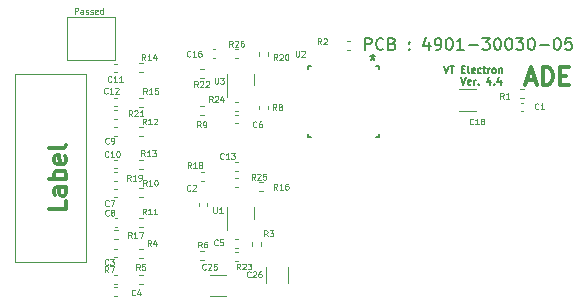
<source format=gbr>
%TF.GenerationSoftware,KiCad,Pcbnew,8.0.5*%
%TF.CreationDate,2024-11-05T15:42:22+00:00*%
%TF.ProjectId,ADE_Main_V4,4144455f-4d61-4696-9e5f-56342e6b6963,rev?*%
%TF.SameCoordinates,Original*%
%TF.FileFunction,Legend,Top*%
%TF.FilePolarity,Positive*%
%FSLAX46Y46*%
G04 Gerber Fmt 4.6, Leading zero omitted, Abs format (unit mm)*
G04 Created by KiCad (PCBNEW 8.0.5) date 2024-11-05 15:42:22*
%MOMM*%
%LPD*%
G01*
G04 APERTURE LIST*
%ADD10C,0.100000*%
%ADD11C,0.150000*%
%ADD12C,0.200000*%
%ADD13C,0.300000*%
%ADD14C,0.120000*%
%ADD15C,0.152400*%
G04 APERTURE END LIST*
D10*
X-15392400Y41427400D02*
X-11277600Y41427400D01*
X-11277600Y37769800D01*
X-15392400Y37769800D01*
X-15392400Y41427400D01*
D11*
X9854705Y38610380D02*
X9854705Y39610380D01*
X9854705Y39610380D02*
X10235657Y39610380D01*
X10235657Y39610380D02*
X10330895Y39562761D01*
X10330895Y39562761D02*
X10378514Y39515142D01*
X10378514Y39515142D02*
X10426133Y39419904D01*
X10426133Y39419904D02*
X10426133Y39277047D01*
X10426133Y39277047D02*
X10378514Y39181809D01*
X10378514Y39181809D02*
X10330895Y39134190D01*
X10330895Y39134190D02*
X10235657Y39086571D01*
X10235657Y39086571D02*
X9854705Y39086571D01*
X11426133Y38705619D02*
X11378514Y38658000D01*
X11378514Y38658000D02*
X11235657Y38610380D01*
X11235657Y38610380D02*
X11140419Y38610380D01*
X11140419Y38610380D02*
X10997562Y38658000D01*
X10997562Y38658000D02*
X10902324Y38753238D01*
X10902324Y38753238D02*
X10854705Y38848476D01*
X10854705Y38848476D02*
X10807086Y39038952D01*
X10807086Y39038952D02*
X10807086Y39181809D01*
X10807086Y39181809D02*
X10854705Y39372285D01*
X10854705Y39372285D02*
X10902324Y39467523D01*
X10902324Y39467523D02*
X10997562Y39562761D01*
X10997562Y39562761D02*
X11140419Y39610380D01*
X11140419Y39610380D02*
X11235657Y39610380D01*
X11235657Y39610380D02*
X11378514Y39562761D01*
X11378514Y39562761D02*
X11426133Y39515142D01*
X12188038Y39134190D02*
X12330895Y39086571D01*
X12330895Y39086571D02*
X12378514Y39038952D01*
X12378514Y39038952D02*
X12426133Y38943714D01*
X12426133Y38943714D02*
X12426133Y38800857D01*
X12426133Y38800857D02*
X12378514Y38705619D01*
X12378514Y38705619D02*
X12330895Y38658000D01*
X12330895Y38658000D02*
X12235657Y38610380D01*
X12235657Y38610380D02*
X11854705Y38610380D01*
X11854705Y38610380D02*
X11854705Y39610380D01*
X11854705Y39610380D02*
X12188038Y39610380D01*
X12188038Y39610380D02*
X12283276Y39562761D01*
X12283276Y39562761D02*
X12330895Y39515142D01*
X12330895Y39515142D02*
X12378514Y39419904D01*
X12378514Y39419904D02*
X12378514Y39324666D01*
X12378514Y39324666D02*
X12330895Y39229428D01*
X12330895Y39229428D02*
X12283276Y39181809D01*
X12283276Y39181809D02*
X12188038Y39134190D01*
X12188038Y39134190D02*
X11854705Y39134190D01*
X13616610Y38705619D02*
X13664229Y38658000D01*
X13664229Y38658000D02*
X13616610Y38610380D01*
X13616610Y38610380D02*
X13568991Y38658000D01*
X13568991Y38658000D02*
X13616610Y38705619D01*
X13616610Y38705619D02*
X13616610Y38610380D01*
X13616610Y39229428D02*
X13664229Y39181809D01*
X13664229Y39181809D02*
X13616610Y39134190D01*
X13616610Y39134190D02*
X13568991Y39181809D01*
X13568991Y39181809D02*
X13616610Y39229428D01*
X13616610Y39229428D02*
X13616610Y39134190D01*
X15283276Y39277047D02*
X15283276Y38610380D01*
X15045181Y39658000D02*
X14807086Y38943714D01*
X14807086Y38943714D02*
X15426133Y38943714D01*
X15854705Y38610380D02*
X16045181Y38610380D01*
X16045181Y38610380D02*
X16140419Y38658000D01*
X16140419Y38658000D02*
X16188038Y38705619D01*
X16188038Y38705619D02*
X16283276Y38848476D01*
X16283276Y38848476D02*
X16330895Y39038952D01*
X16330895Y39038952D02*
X16330895Y39419904D01*
X16330895Y39419904D02*
X16283276Y39515142D01*
X16283276Y39515142D02*
X16235657Y39562761D01*
X16235657Y39562761D02*
X16140419Y39610380D01*
X16140419Y39610380D02*
X15949943Y39610380D01*
X15949943Y39610380D02*
X15854705Y39562761D01*
X15854705Y39562761D02*
X15807086Y39515142D01*
X15807086Y39515142D02*
X15759467Y39419904D01*
X15759467Y39419904D02*
X15759467Y39181809D01*
X15759467Y39181809D02*
X15807086Y39086571D01*
X15807086Y39086571D02*
X15854705Y39038952D01*
X15854705Y39038952D02*
X15949943Y38991333D01*
X15949943Y38991333D02*
X16140419Y38991333D01*
X16140419Y38991333D02*
X16235657Y39038952D01*
X16235657Y39038952D02*
X16283276Y39086571D01*
X16283276Y39086571D02*
X16330895Y39181809D01*
X16949943Y39610380D02*
X17045181Y39610380D01*
X17045181Y39610380D02*
X17140419Y39562761D01*
X17140419Y39562761D02*
X17188038Y39515142D01*
X17188038Y39515142D02*
X17235657Y39419904D01*
X17235657Y39419904D02*
X17283276Y39229428D01*
X17283276Y39229428D02*
X17283276Y38991333D01*
X17283276Y38991333D02*
X17235657Y38800857D01*
X17235657Y38800857D02*
X17188038Y38705619D01*
X17188038Y38705619D02*
X17140419Y38658000D01*
X17140419Y38658000D02*
X17045181Y38610380D01*
X17045181Y38610380D02*
X16949943Y38610380D01*
X16949943Y38610380D02*
X16854705Y38658000D01*
X16854705Y38658000D02*
X16807086Y38705619D01*
X16807086Y38705619D02*
X16759467Y38800857D01*
X16759467Y38800857D02*
X16711848Y38991333D01*
X16711848Y38991333D02*
X16711848Y39229428D01*
X16711848Y39229428D02*
X16759467Y39419904D01*
X16759467Y39419904D02*
X16807086Y39515142D01*
X16807086Y39515142D02*
X16854705Y39562761D01*
X16854705Y39562761D02*
X16949943Y39610380D01*
X18235657Y38610380D02*
X17664229Y38610380D01*
X17949943Y38610380D02*
X17949943Y39610380D01*
X17949943Y39610380D02*
X17854705Y39467523D01*
X17854705Y39467523D02*
X17759467Y39372285D01*
X17759467Y39372285D02*
X17664229Y39324666D01*
X18664229Y38991333D02*
X19426134Y38991333D01*
X19807086Y39610380D02*
X20426133Y39610380D01*
X20426133Y39610380D02*
X20092800Y39229428D01*
X20092800Y39229428D02*
X20235657Y39229428D01*
X20235657Y39229428D02*
X20330895Y39181809D01*
X20330895Y39181809D02*
X20378514Y39134190D01*
X20378514Y39134190D02*
X20426133Y39038952D01*
X20426133Y39038952D02*
X20426133Y38800857D01*
X20426133Y38800857D02*
X20378514Y38705619D01*
X20378514Y38705619D02*
X20330895Y38658000D01*
X20330895Y38658000D02*
X20235657Y38610380D01*
X20235657Y38610380D02*
X19949943Y38610380D01*
X19949943Y38610380D02*
X19854705Y38658000D01*
X19854705Y38658000D02*
X19807086Y38705619D01*
X21045181Y39610380D02*
X21140419Y39610380D01*
X21140419Y39610380D02*
X21235657Y39562761D01*
X21235657Y39562761D02*
X21283276Y39515142D01*
X21283276Y39515142D02*
X21330895Y39419904D01*
X21330895Y39419904D02*
X21378514Y39229428D01*
X21378514Y39229428D02*
X21378514Y38991333D01*
X21378514Y38991333D02*
X21330895Y38800857D01*
X21330895Y38800857D02*
X21283276Y38705619D01*
X21283276Y38705619D02*
X21235657Y38658000D01*
X21235657Y38658000D02*
X21140419Y38610380D01*
X21140419Y38610380D02*
X21045181Y38610380D01*
X21045181Y38610380D02*
X20949943Y38658000D01*
X20949943Y38658000D02*
X20902324Y38705619D01*
X20902324Y38705619D02*
X20854705Y38800857D01*
X20854705Y38800857D02*
X20807086Y38991333D01*
X20807086Y38991333D02*
X20807086Y39229428D01*
X20807086Y39229428D02*
X20854705Y39419904D01*
X20854705Y39419904D02*
X20902324Y39515142D01*
X20902324Y39515142D02*
X20949943Y39562761D01*
X20949943Y39562761D02*
X21045181Y39610380D01*
X21997562Y39610380D02*
X22092800Y39610380D01*
X22092800Y39610380D02*
X22188038Y39562761D01*
X22188038Y39562761D02*
X22235657Y39515142D01*
X22235657Y39515142D02*
X22283276Y39419904D01*
X22283276Y39419904D02*
X22330895Y39229428D01*
X22330895Y39229428D02*
X22330895Y38991333D01*
X22330895Y38991333D02*
X22283276Y38800857D01*
X22283276Y38800857D02*
X22235657Y38705619D01*
X22235657Y38705619D02*
X22188038Y38658000D01*
X22188038Y38658000D02*
X22092800Y38610380D01*
X22092800Y38610380D02*
X21997562Y38610380D01*
X21997562Y38610380D02*
X21902324Y38658000D01*
X21902324Y38658000D02*
X21854705Y38705619D01*
X21854705Y38705619D02*
X21807086Y38800857D01*
X21807086Y38800857D02*
X21759467Y38991333D01*
X21759467Y38991333D02*
X21759467Y39229428D01*
X21759467Y39229428D02*
X21807086Y39419904D01*
X21807086Y39419904D02*
X21854705Y39515142D01*
X21854705Y39515142D02*
X21902324Y39562761D01*
X21902324Y39562761D02*
X21997562Y39610380D01*
X22664229Y39610380D02*
X23283276Y39610380D01*
X23283276Y39610380D02*
X22949943Y39229428D01*
X22949943Y39229428D02*
X23092800Y39229428D01*
X23092800Y39229428D02*
X23188038Y39181809D01*
X23188038Y39181809D02*
X23235657Y39134190D01*
X23235657Y39134190D02*
X23283276Y39038952D01*
X23283276Y39038952D02*
X23283276Y38800857D01*
X23283276Y38800857D02*
X23235657Y38705619D01*
X23235657Y38705619D02*
X23188038Y38658000D01*
X23188038Y38658000D02*
X23092800Y38610380D01*
X23092800Y38610380D02*
X22807086Y38610380D01*
X22807086Y38610380D02*
X22711848Y38658000D01*
X22711848Y38658000D02*
X22664229Y38705619D01*
X23902324Y39610380D02*
X23997562Y39610380D01*
X23997562Y39610380D02*
X24092800Y39562761D01*
X24092800Y39562761D02*
X24140419Y39515142D01*
X24140419Y39515142D02*
X24188038Y39419904D01*
X24188038Y39419904D02*
X24235657Y39229428D01*
X24235657Y39229428D02*
X24235657Y38991333D01*
X24235657Y38991333D02*
X24188038Y38800857D01*
X24188038Y38800857D02*
X24140419Y38705619D01*
X24140419Y38705619D02*
X24092800Y38658000D01*
X24092800Y38658000D02*
X23997562Y38610380D01*
X23997562Y38610380D02*
X23902324Y38610380D01*
X23902324Y38610380D02*
X23807086Y38658000D01*
X23807086Y38658000D02*
X23759467Y38705619D01*
X23759467Y38705619D02*
X23711848Y38800857D01*
X23711848Y38800857D02*
X23664229Y38991333D01*
X23664229Y38991333D02*
X23664229Y39229428D01*
X23664229Y39229428D02*
X23711848Y39419904D01*
X23711848Y39419904D02*
X23759467Y39515142D01*
X23759467Y39515142D02*
X23807086Y39562761D01*
X23807086Y39562761D02*
X23902324Y39610380D01*
X24664229Y38991333D02*
X25426134Y38991333D01*
X26092800Y39610380D02*
X26188038Y39610380D01*
X26188038Y39610380D02*
X26283276Y39562761D01*
X26283276Y39562761D02*
X26330895Y39515142D01*
X26330895Y39515142D02*
X26378514Y39419904D01*
X26378514Y39419904D02*
X26426133Y39229428D01*
X26426133Y39229428D02*
X26426133Y38991333D01*
X26426133Y38991333D02*
X26378514Y38800857D01*
X26378514Y38800857D02*
X26330895Y38705619D01*
X26330895Y38705619D02*
X26283276Y38658000D01*
X26283276Y38658000D02*
X26188038Y38610380D01*
X26188038Y38610380D02*
X26092800Y38610380D01*
X26092800Y38610380D02*
X25997562Y38658000D01*
X25997562Y38658000D02*
X25949943Y38705619D01*
X25949943Y38705619D02*
X25902324Y38800857D01*
X25902324Y38800857D02*
X25854705Y38991333D01*
X25854705Y38991333D02*
X25854705Y39229428D01*
X25854705Y39229428D02*
X25902324Y39419904D01*
X25902324Y39419904D02*
X25949943Y39515142D01*
X25949943Y39515142D02*
X25997562Y39562761D01*
X25997562Y39562761D02*
X26092800Y39610380D01*
X27330895Y39610380D02*
X26854705Y39610380D01*
X26854705Y39610380D02*
X26807086Y39134190D01*
X26807086Y39134190D02*
X26854705Y39181809D01*
X26854705Y39181809D02*
X26949943Y39229428D01*
X26949943Y39229428D02*
X27188038Y39229428D01*
X27188038Y39229428D02*
X27283276Y39181809D01*
X27283276Y39181809D02*
X27330895Y39134190D01*
X27330895Y39134190D02*
X27378514Y39038952D01*
X27378514Y39038952D02*
X27378514Y38800857D01*
X27378514Y38800857D02*
X27330895Y38705619D01*
X27330895Y38705619D02*
X27283276Y38658000D01*
X27283276Y38658000D02*
X27188038Y38610380D01*
X27188038Y38610380D02*
X26949943Y38610380D01*
X26949943Y38610380D02*
X26854705Y38658000D01*
X26854705Y38658000D02*
X26807086Y38705619D01*
X16550027Y37236811D02*
X16750027Y36636811D01*
X16750027Y36636811D02*
X16950027Y37236811D01*
X17064313Y37236811D02*
X17407171Y37236811D01*
X17235742Y36636811D02*
X17235742Y37236811D01*
X18064314Y36951097D02*
X18264314Y36951097D01*
X18350028Y36636811D02*
X18064314Y36636811D01*
X18064314Y36636811D02*
X18064314Y37236811D01*
X18064314Y37236811D02*
X18350028Y37236811D01*
X18692885Y36636811D02*
X18635742Y36665383D01*
X18635742Y36665383D02*
X18607171Y36722525D01*
X18607171Y36722525D02*
X18607171Y37236811D01*
X19150028Y36665383D02*
X19092885Y36636811D01*
X19092885Y36636811D02*
X18978600Y36636811D01*
X18978600Y36636811D02*
X18921457Y36665383D01*
X18921457Y36665383D02*
X18892885Y36722525D01*
X18892885Y36722525D02*
X18892885Y36951097D01*
X18892885Y36951097D02*
X18921457Y37008240D01*
X18921457Y37008240D02*
X18978600Y37036811D01*
X18978600Y37036811D02*
X19092885Y37036811D01*
X19092885Y37036811D02*
X19150028Y37008240D01*
X19150028Y37008240D02*
X19178600Y36951097D01*
X19178600Y36951097D02*
X19178600Y36893954D01*
X19178600Y36893954D02*
X18892885Y36836811D01*
X19692886Y36665383D02*
X19635743Y36636811D01*
X19635743Y36636811D02*
X19521457Y36636811D01*
X19521457Y36636811D02*
X19464314Y36665383D01*
X19464314Y36665383D02*
X19435743Y36693954D01*
X19435743Y36693954D02*
X19407171Y36751097D01*
X19407171Y36751097D02*
X19407171Y36922525D01*
X19407171Y36922525D02*
X19435743Y36979668D01*
X19435743Y36979668D02*
X19464314Y37008240D01*
X19464314Y37008240D02*
X19521457Y37036811D01*
X19521457Y37036811D02*
X19635743Y37036811D01*
X19635743Y37036811D02*
X19692886Y37008240D01*
X19864314Y37036811D02*
X20092886Y37036811D01*
X19950029Y37236811D02*
X19950029Y36722525D01*
X19950029Y36722525D02*
X19978600Y36665383D01*
X19978600Y36665383D02*
X20035743Y36636811D01*
X20035743Y36636811D02*
X20092886Y36636811D01*
X20292886Y36636811D02*
X20292886Y37036811D01*
X20292886Y36922525D02*
X20321457Y36979668D01*
X20321457Y36979668D02*
X20350029Y37008240D01*
X20350029Y37008240D02*
X20407171Y37036811D01*
X20407171Y37036811D02*
X20464314Y37036811D01*
X20750029Y36636811D02*
X20692886Y36665383D01*
X20692886Y36665383D02*
X20664315Y36693954D01*
X20664315Y36693954D02*
X20635743Y36751097D01*
X20635743Y36751097D02*
X20635743Y36922525D01*
X20635743Y36922525D02*
X20664315Y36979668D01*
X20664315Y36979668D02*
X20692886Y37008240D01*
X20692886Y37008240D02*
X20750029Y37036811D01*
X20750029Y37036811D02*
X20835743Y37036811D01*
X20835743Y37036811D02*
X20892886Y37008240D01*
X20892886Y37008240D02*
X20921458Y36979668D01*
X20921458Y36979668D02*
X20950029Y36922525D01*
X20950029Y36922525D02*
X20950029Y36751097D01*
X20950029Y36751097D02*
X20921458Y36693954D01*
X20921458Y36693954D02*
X20892886Y36665383D01*
X20892886Y36665383D02*
X20835743Y36636811D01*
X20835743Y36636811D02*
X20750029Y36636811D01*
X21207172Y37036811D02*
X21207172Y36636811D01*
X21207172Y36979668D02*
X21235743Y37008240D01*
X21235743Y37008240D02*
X21292886Y37036811D01*
X21292886Y37036811D02*
X21378600Y37036811D01*
X21378600Y37036811D02*
X21435743Y37008240D01*
X21435743Y37008240D02*
X21464315Y36951097D01*
X21464315Y36951097D02*
X21464315Y36636811D01*
X18007170Y36270845D02*
X18207170Y35670845D01*
X18207170Y35670845D02*
X18407170Y36270845D01*
X18835742Y35699417D02*
X18778599Y35670845D01*
X18778599Y35670845D02*
X18664314Y35670845D01*
X18664314Y35670845D02*
X18607171Y35699417D01*
X18607171Y35699417D02*
X18578599Y35756559D01*
X18578599Y35756559D02*
X18578599Y35985131D01*
X18578599Y35985131D02*
X18607171Y36042274D01*
X18607171Y36042274D02*
X18664314Y36070845D01*
X18664314Y36070845D02*
X18778599Y36070845D01*
X18778599Y36070845D02*
X18835742Y36042274D01*
X18835742Y36042274D02*
X18864314Y35985131D01*
X18864314Y35985131D02*
X18864314Y35927988D01*
X18864314Y35927988D02*
X18578599Y35870845D01*
X19121457Y35670845D02*
X19121457Y36070845D01*
X19121457Y35956559D02*
X19150028Y36013702D01*
X19150028Y36013702D02*
X19178600Y36042274D01*
X19178600Y36042274D02*
X19235742Y36070845D01*
X19235742Y36070845D02*
X19292885Y36070845D01*
X19492886Y35727988D02*
X19521457Y35699417D01*
X19521457Y35699417D02*
X19492886Y35670845D01*
X19492886Y35670845D02*
X19464314Y35699417D01*
X19464314Y35699417D02*
X19492886Y35727988D01*
X19492886Y35727988D02*
X19492886Y35670845D01*
X20492886Y36070845D02*
X20492886Y35670845D01*
X20350028Y36299417D02*
X20207171Y35870845D01*
X20207171Y35870845D02*
X20578600Y35870845D01*
X20807172Y35727988D02*
X20835743Y35699417D01*
X20835743Y35699417D02*
X20807172Y35670845D01*
X20807172Y35670845D02*
X20778600Y35699417D01*
X20778600Y35699417D02*
X20807172Y35727988D01*
X20807172Y35727988D02*
X20807172Y35670845D01*
X21350029Y36070845D02*
X21350029Y35670845D01*
X21207171Y36299417D02*
X21064314Y35870845D01*
X21064314Y35870845D02*
X21435743Y35870845D01*
D12*
X10515599Y38215980D02*
X10515599Y37977885D01*
X10753694Y38073123D02*
X10515599Y37977885D01*
X10515599Y37977885D02*
X10277504Y38073123D01*
X10658456Y37787409D02*
X10515599Y37977885D01*
X10515599Y37977885D02*
X10372742Y37787409D01*
D13*
X23563486Y36072242D02*
X24277772Y36072242D01*
X23420629Y35643671D02*
X23920629Y37143671D01*
X23920629Y37143671D02*
X24420629Y35643671D01*
X24920628Y35643671D02*
X24920628Y37143671D01*
X24920628Y37143671D02*
X25277771Y37143671D01*
X25277771Y37143671D02*
X25492057Y37072242D01*
X25492057Y37072242D02*
X25634914Y36929385D01*
X25634914Y36929385D02*
X25706343Y36786528D01*
X25706343Y36786528D02*
X25777771Y36500814D01*
X25777771Y36500814D02*
X25777771Y36286528D01*
X25777771Y36286528D02*
X25706343Y36000814D01*
X25706343Y36000814D02*
X25634914Y35857957D01*
X25634914Y35857957D02*
X25492057Y35715100D01*
X25492057Y35715100D02*
X25277771Y35643671D01*
X25277771Y35643671D02*
X24920628Y35643671D01*
X26420628Y36429385D02*
X26920628Y36429385D01*
X27134914Y35643671D02*
X26420628Y35643671D01*
X26420628Y35643671D02*
X26420628Y37143671D01*
X26420628Y37143671D02*
X27134914Y37143671D01*
D10*
X-14715180Y41658490D02*
X-14715180Y42158490D01*
X-14715180Y42158490D02*
X-14524704Y42158490D01*
X-14524704Y42158490D02*
X-14477085Y42134680D01*
X-14477085Y42134680D02*
X-14453275Y42110871D01*
X-14453275Y42110871D02*
X-14429466Y42063252D01*
X-14429466Y42063252D02*
X-14429466Y41991823D01*
X-14429466Y41991823D02*
X-14453275Y41944204D01*
X-14453275Y41944204D02*
X-14477085Y41920395D01*
X-14477085Y41920395D02*
X-14524704Y41896585D01*
X-14524704Y41896585D02*
X-14715180Y41896585D01*
X-14000894Y41658490D02*
X-14000894Y41920395D01*
X-14000894Y41920395D02*
X-14024704Y41968014D01*
X-14024704Y41968014D02*
X-14072323Y41991823D01*
X-14072323Y41991823D02*
X-14167561Y41991823D01*
X-14167561Y41991823D02*
X-14215180Y41968014D01*
X-14000894Y41682300D02*
X-14048513Y41658490D01*
X-14048513Y41658490D02*
X-14167561Y41658490D01*
X-14167561Y41658490D02*
X-14215180Y41682300D01*
X-14215180Y41682300D02*
X-14238989Y41729919D01*
X-14238989Y41729919D02*
X-14238989Y41777538D01*
X-14238989Y41777538D02*
X-14215180Y41825157D01*
X-14215180Y41825157D02*
X-14167561Y41848966D01*
X-14167561Y41848966D02*
X-14048513Y41848966D01*
X-14048513Y41848966D02*
X-14000894Y41872776D01*
X-13786608Y41682300D02*
X-13738989Y41658490D01*
X-13738989Y41658490D02*
X-13643751Y41658490D01*
X-13643751Y41658490D02*
X-13596132Y41682300D01*
X-13596132Y41682300D02*
X-13572323Y41729919D01*
X-13572323Y41729919D02*
X-13572323Y41753728D01*
X-13572323Y41753728D02*
X-13596132Y41801347D01*
X-13596132Y41801347D02*
X-13643751Y41825157D01*
X-13643751Y41825157D02*
X-13715180Y41825157D01*
X-13715180Y41825157D02*
X-13762799Y41848966D01*
X-13762799Y41848966D02*
X-13786608Y41896585D01*
X-13786608Y41896585D02*
X-13786608Y41920395D01*
X-13786608Y41920395D02*
X-13762799Y41968014D01*
X-13762799Y41968014D02*
X-13715180Y41991823D01*
X-13715180Y41991823D02*
X-13643751Y41991823D01*
X-13643751Y41991823D02*
X-13596132Y41968014D01*
X-13381846Y41682300D02*
X-13334227Y41658490D01*
X-13334227Y41658490D02*
X-13238989Y41658490D01*
X-13238989Y41658490D02*
X-13191370Y41682300D01*
X-13191370Y41682300D02*
X-13167561Y41729919D01*
X-13167561Y41729919D02*
X-13167561Y41753728D01*
X-13167561Y41753728D02*
X-13191370Y41801347D01*
X-13191370Y41801347D02*
X-13238989Y41825157D01*
X-13238989Y41825157D02*
X-13310418Y41825157D01*
X-13310418Y41825157D02*
X-13358037Y41848966D01*
X-13358037Y41848966D02*
X-13381846Y41896585D01*
X-13381846Y41896585D02*
X-13381846Y41920395D01*
X-13381846Y41920395D02*
X-13358037Y41968014D01*
X-13358037Y41968014D02*
X-13310418Y41991823D01*
X-13310418Y41991823D02*
X-13238989Y41991823D01*
X-13238989Y41991823D02*
X-13191370Y41968014D01*
X-12762799Y41682300D02*
X-12810418Y41658490D01*
X-12810418Y41658490D02*
X-12905656Y41658490D01*
X-12905656Y41658490D02*
X-12953275Y41682300D01*
X-12953275Y41682300D02*
X-12977084Y41729919D01*
X-12977084Y41729919D02*
X-12977084Y41920395D01*
X-12977084Y41920395D02*
X-12953275Y41968014D01*
X-12953275Y41968014D02*
X-12905656Y41991823D01*
X-12905656Y41991823D02*
X-12810418Y41991823D01*
X-12810418Y41991823D02*
X-12762799Y41968014D01*
X-12762799Y41968014D02*
X-12738989Y41920395D01*
X-12738989Y41920395D02*
X-12738989Y41872776D01*
X-12738989Y41872776D02*
X-12977084Y41825157D01*
X-12310418Y41658490D02*
X-12310418Y42158490D01*
X-12310418Y41682300D02*
X-12358037Y41658490D01*
X-12358037Y41658490D02*
X-12453275Y41658490D01*
X-12453275Y41658490D02*
X-12500894Y41682300D01*
X-12500894Y41682300D02*
X-12524704Y41706109D01*
X-12524704Y41706109D02*
X-12548513Y41753728D01*
X-12548513Y41753728D02*
X-12548513Y41896585D01*
X-12548513Y41896585D02*
X-12524704Y41944204D01*
X-12524704Y41944204D02*
X-12500894Y41968014D01*
X-12500894Y41968014D02*
X-12453275Y41991823D01*
X-12453275Y41991823D02*
X-12358037Y41991823D01*
X-12358037Y41991823D02*
X-12310418Y41968014D01*
D13*
X-15425271Y25808228D02*
X-15425271Y25093942D01*
X-15425271Y25093942D02*
X-16925271Y25093942D01*
X-15425271Y26951086D02*
X-16210985Y26951086D01*
X-16210985Y26951086D02*
X-16353842Y26879657D01*
X-16353842Y26879657D02*
X-16425271Y26736800D01*
X-16425271Y26736800D02*
X-16425271Y26451086D01*
X-16425271Y26451086D02*
X-16353842Y26308228D01*
X-15496700Y26951086D02*
X-15425271Y26808228D01*
X-15425271Y26808228D02*
X-15425271Y26451086D01*
X-15425271Y26451086D02*
X-15496700Y26308228D01*
X-15496700Y26308228D02*
X-15639557Y26236800D01*
X-15639557Y26236800D02*
X-15782414Y26236800D01*
X-15782414Y26236800D02*
X-15925271Y26308228D01*
X-15925271Y26308228D02*
X-15996700Y26451086D01*
X-15996700Y26451086D02*
X-15996700Y26808228D01*
X-15996700Y26808228D02*
X-16068128Y26951086D01*
X-15425271Y27665371D02*
X-16925271Y27665371D01*
X-16353842Y27665371D02*
X-16425271Y27808229D01*
X-16425271Y27808229D02*
X-16425271Y28093943D01*
X-16425271Y28093943D02*
X-16353842Y28236800D01*
X-16353842Y28236800D02*
X-16282414Y28308229D01*
X-16282414Y28308229D02*
X-16139557Y28379657D01*
X-16139557Y28379657D02*
X-15710985Y28379657D01*
X-15710985Y28379657D02*
X-15568128Y28308229D01*
X-15568128Y28308229D02*
X-15496700Y28236800D01*
X-15496700Y28236800D02*
X-15425271Y28093943D01*
X-15425271Y28093943D02*
X-15425271Y27808229D01*
X-15425271Y27808229D02*
X-15496700Y27665371D01*
X-15496700Y29593943D02*
X-15425271Y29451086D01*
X-15425271Y29451086D02*
X-15425271Y29165372D01*
X-15425271Y29165372D02*
X-15496700Y29022514D01*
X-15496700Y29022514D02*
X-15639557Y28951086D01*
X-15639557Y28951086D02*
X-16210985Y28951086D01*
X-16210985Y28951086D02*
X-16353842Y29022514D01*
X-16353842Y29022514D02*
X-16425271Y29165372D01*
X-16425271Y29165372D02*
X-16425271Y29451086D01*
X-16425271Y29451086D02*
X-16353842Y29593943D01*
X-16353842Y29593943D02*
X-16210985Y29665372D01*
X-16210985Y29665372D02*
X-16068128Y29665372D01*
X-16068128Y29665372D02*
X-15925271Y28951086D01*
X-15425271Y30522514D02*
X-15496700Y30379657D01*
X-15496700Y30379657D02*
X-15639557Y30308228D01*
X-15639557Y30308228D02*
X-16925271Y30308228D01*
D10*
X567571Y27612290D02*
X400905Y27850385D01*
X281857Y27612290D02*
X281857Y28112290D01*
X281857Y28112290D02*
X472333Y28112290D01*
X472333Y28112290D02*
X519952Y28088480D01*
X519952Y28088480D02*
X543762Y28064671D01*
X543762Y28064671D02*
X567571Y28017052D01*
X567571Y28017052D02*
X567571Y27945623D01*
X567571Y27945623D02*
X543762Y27898004D01*
X543762Y27898004D02*
X519952Y27874195D01*
X519952Y27874195D02*
X472333Y27850385D01*
X472333Y27850385D02*
X281857Y27850385D01*
X758048Y28064671D02*
X781857Y28088480D01*
X781857Y28088480D02*
X829476Y28112290D01*
X829476Y28112290D02*
X948524Y28112290D01*
X948524Y28112290D02*
X996143Y28088480D01*
X996143Y28088480D02*
X1019952Y28064671D01*
X1019952Y28064671D02*
X1043762Y28017052D01*
X1043762Y28017052D02*
X1043762Y27969433D01*
X1043762Y27969433D02*
X1019952Y27898004D01*
X1019952Y27898004D02*
X734238Y27612290D01*
X734238Y27612290D02*
X1043762Y27612290D01*
X1496142Y28112290D02*
X1258047Y28112290D01*
X1258047Y28112290D02*
X1234238Y27874195D01*
X1234238Y27874195D02*
X1258047Y27898004D01*
X1258047Y27898004D02*
X1305666Y27921814D01*
X1305666Y27921814D02*
X1424714Y27921814D01*
X1424714Y27921814D02*
X1472333Y27898004D01*
X1472333Y27898004D02*
X1496142Y27874195D01*
X1496142Y27874195D02*
X1519952Y27826576D01*
X1519952Y27826576D02*
X1519952Y27707528D01*
X1519952Y27707528D02*
X1496142Y27659909D01*
X1496142Y27659909D02*
X1472333Y27636100D01*
X1472333Y27636100D02*
X1424714Y27612290D01*
X1424714Y27612290D02*
X1305666Y27612290D01*
X1305666Y27612290D02*
X1258047Y27636100D01*
X1258047Y27636100D02*
X1234238Y27659909D01*
X-4868028Y28602890D02*
X-5034694Y28840985D01*
X-5153742Y28602890D02*
X-5153742Y29102890D01*
X-5153742Y29102890D02*
X-4963266Y29102890D01*
X-4963266Y29102890D02*
X-4915647Y29079080D01*
X-4915647Y29079080D02*
X-4891837Y29055271D01*
X-4891837Y29055271D02*
X-4868028Y29007652D01*
X-4868028Y29007652D02*
X-4868028Y28936223D01*
X-4868028Y28936223D02*
X-4891837Y28888604D01*
X-4891837Y28888604D02*
X-4915647Y28864795D01*
X-4915647Y28864795D02*
X-4963266Y28840985D01*
X-4963266Y28840985D02*
X-5153742Y28840985D01*
X-4391837Y28602890D02*
X-4677551Y28602890D01*
X-4534694Y28602890D02*
X-4534694Y29102890D01*
X-4534694Y29102890D02*
X-4582313Y29031461D01*
X-4582313Y29031461D02*
X-4629932Y28983842D01*
X-4629932Y28983842D02*
X-4677551Y28960033D01*
X-4106123Y28888604D02*
X-4153742Y28912414D01*
X-4153742Y28912414D02*
X-4177552Y28936223D01*
X-4177552Y28936223D02*
X-4201361Y28983842D01*
X-4201361Y28983842D02*
X-4201361Y29007652D01*
X-4201361Y29007652D02*
X-4177552Y29055271D01*
X-4177552Y29055271D02*
X-4153742Y29079080D01*
X-4153742Y29079080D02*
X-4106123Y29102890D01*
X-4106123Y29102890D02*
X-4010885Y29102890D01*
X-4010885Y29102890D02*
X-3963266Y29079080D01*
X-3963266Y29079080D02*
X-3939457Y29055271D01*
X-3939457Y29055271D02*
X-3915647Y29007652D01*
X-3915647Y29007652D02*
X-3915647Y28983842D01*
X-3915647Y28983842D02*
X-3939457Y28936223D01*
X-3939457Y28936223D02*
X-3963266Y28912414D01*
X-3963266Y28912414D02*
X-4010885Y28888604D01*
X-4010885Y28888604D02*
X-4106123Y28888604D01*
X-4106123Y28888604D02*
X-4153742Y28864795D01*
X-4153742Y28864795D02*
X-4177552Y28840985D01*
X-4177552Y28840985D02*
X-4201361Y28793366D01*
X-4201361Y28793366D02*
X-4201361Y28698128D01*
X-4201361Y28698128D02*
X-4177552Y28650509D01*
X-4177552Y28650509D02*
X-4153742Y28626700D01*
X-4153742Y28626700D02*
X-4106123Y28602890D01*
X-4106123Y28602890D02*
X-4010885Y28602890D01*
X-4010885Y28602890D02*
X-3963266Y28626700D01*
X-3963266Y28626700D02*
X-3939457Y28650509D01*
X-3939457Y28650509D02*
X-3915647Y28698128D01*
X-3915647Y28698128D02*
X-3915647Y28793366D01*
X-3915647Y28793366D02*
X-3939457Y28840985D01*
X-3939457Y28840985D02*
X-3963266Y28864795D01*
X-3963266Y28864795D02*
X-4010885Y28888604D01*
X-9193333Y19973890D02*
X-9359999Y20211985D01*
X-9479047Y19973890D02*
X-9479047Y20473890D01*
X-9479047Y20473890D02*
X-9288571Y20473890D01*
X-9288571Y20473890D02*
X-9240952Y20450080D01*
X-9240952Y20450080D02*
X-9217142Y20426271D01*
X-9217142Y20426271D02*
X-9193333Y20378652D01*
X-9193333Y20378652D02*
X-9193333Y20307223D01*
X-9193333Y20307223D02*
X-9217142Y20259604D01*
X-9217142Y20259604D02*
X-9240952Y20235795D01*
X-9240952Y20235795D02*
X-9288571Y20211985D01*
X-9288571Y20211985D02*
X-9479047Y20211985D01*
X-8740952Y20473890D02*
X-8979047Y20473890D01*
X-8979047Y20473890D02*
X-9002856Y20235795D01*
X-9002856Y20235795D02*
X-8979047Y20259604D01*
X-8979047Y20259604D02*
X-8931428Y20283414D01*
X-8931428Y20283414D02*
X-8812380Y20283414D01*
X-8812380Y20283414D02*
X-8764761Y20259604D01*
X-8764761Y20259604D02*
X-8740952Y20235795D01*
X-8740952Y20235795D02*
X-8717142Y20188176D01*
X-8717142Y20188176D02*
X-8717142Y20069128D01*
X-8717142Y20069128D02*
X-8740952Y20021509D01*
X-8740952Y20021509D02*
X-8764761Y19997700D01*
X-8764761Y19997700D02*
X-8812380Y19973890D01*
X-8812380Y19973890D02*
X-8931428Y19973890D01*
X-8931428Y19973890D02*
X-8979047Y19997700D01*
X-8979047Y19997700D02*
X-9002856Y20021509D01*
X-11599028Y35940309D02*
X-11622837Y35916500D01*
X-11622837Y35916500D02*
X-11694266Y35892690D01*
X-11694266Y35892690D02*
X-11741885Y35892690D01*
X-11741885Y35892690D02*
X-11813313Y35916500D01*
X-11813313Y35916500D02*
X-11860932Y35964119D01*
X-11860932Y35964119D02*
X-11884742Y36011738D01*
X-11884742Y36011738D02*
X-11908551Y36106976D01*
X-11908551Y36106976D02*
X-11908551Y36178404D01*
X-11908551Y36178404D02*
X-11884742Y36273642D01*
X-11884742Y36273642D02*
X-11860932Y36321261D01*
X-11860932Y36321261D02*
X-11813313Y36368880D01*
X-11813313Y36368880D02*
X-11741885Y36392690D01*
X-11741885Y36392690D02*
X-11694266Y36392690D01*
X-11694266Y36392690D02*
X-11622837Y36368880D01*
X-11622837Y36368880D02*
X-11599028Y36345071D01*
X-11122837Y35892690D02*
X-11408551Y35892690D01*
X-11265694Y35892690D02*
X-11265694Y36392690D01*
X-11265694Y36392690D02*
X-11313313Y36321261D01*
X-11313313Y36321261D02*
X-11360932Y36273642D01*
X-11360932Y36273642D02*
X-11408551Y36249833D01*
X-10646647Y35892690D02*
X-10932361Y35892690D01*
X-10789504Y35892690D02*
X-10789504Y36392690D01*
X-10789504Y36392690D02*
X-10837123Y36321261D01*
X-10837123Y36321261D02*
X-10884742Y36273642D01*
X-10884742Y36273642D02*
X-10932361Y36249833D01*
X-2099428Y29412509D02*
X-2123237Y29388700D01*
X-2123237Y29388700D02*
X-2194666Y29364890D01*
X-2194666Y29364890D02*
X-2242285Y29364890D01*
X-2242285Y29364890D02*
X-2313713Y29388700D01*
X-2313713Y29388700D02*
X-2361332Y29436319D01*
X-2361332Y29436319D02*
X-2385142Y29483938D01*
X-2385142Y29483938D02*
X-2408951Y29579176D01*
X-2408951Y29579176D02*
X-2408951Y29650604D01*
X-2408951Y29650604D02*
X-2385142Y29745842D01*
X-2385142Y29745842D02*
X-2361332Y29793461D01*
X-2361332Y29793461D02*
X-2313713Y29841080D01*
X-2313713Y29841080D02*
X-2242285Y29864890D01*
X-2242285Y29864890D02*
X-2194666Y29864890D01*
X-2194666Y29864890D02*
X-2123237Y29841080D01*
X-2123237Y29841080D02*
X-2099428Y29817271D01*
X-1623237Y29364890D02*
X-1908951Y29364890D01*
X-1766094Y29364890D02*
X-1766094Y29864890D01*
X-1766094Y29864890D02*
X-1813713Y29793461D01*
X-1813713Y29793461D02*
X-1861332Y29745842D01*
X-1861332Y29745842D02*
X-1908951Y29722033D01*
X-1456571Y29864890D02*
X-1147047Y29864890D01*
X-1147047Y29864890D02*
X-1313714Y29674414D01*
X-1313714Y29674414D02*
X-1242285Y29674414D01*
X-1242285Y29674414D02*
X-1194666Y29650604D01*
X-1194666Y29650604D02*
X-1170857Y29626795D01*
X-1170857Y29626795D02*
X-1147047Y29579176D01*
X-1147047Y29579176D02*
X-1147047Y29460128D01*
X-1147047Y29460128D02*
X-1170857Y29412509D01*
X-1170857Y29412509D02*
X-1194666Y29388700D01*
X-1194666Y29388700D02*
X-1242285Y29364890D01*
X-1242285Y29364890D02*
X-1385142Y29364890D01*
X-1385142Y29364890D02*
X-1432761Y29388700D01*
X-1432761Y29388700D02*
X-1456571Y29412509D01*
X-11868933Y20446309D02*
X-11892742Y20422500D01*
X-11892742Y20422500D02*
X-11964171Y20398690D01*
X-11964171Y20398690D02*
X-12011790Y20398690D01*
X-12011790Y20398690D02*
X-12083218Y20422500D01*
X-12083218Y20422500D02*
X-12130837Y20470119D01*
X-12130837Y20470119D02*
X-12154647Y20517738D01*
X-12154647Y20517738D02*
X-12178456Y20612976D01*
X-12178456Y20612976D02*
X-12178456Y20684404D01*
X-12178456Y20684404D02*
X-12154647Y20779642D01*
X-12154647Y20779642D02*
X-12130837Y20827261D01*
X-12130837Y20827261D02*
X-12083218Y20874880D01*
X-12083218Y20874880D02*
X-12011790Y20898690D01*
X-12011790Y20898690D02*
X-11964171Y20898690D01*
X-11964171Y20898690D02*
X-11892742Y20874880D01*
X-11892742Y20874880D02*
X-11868933Y20851071D01*
X-11702266Y20898690D02*
X-11392742Y20898690D01*
X-11392742Y20898690D02*
X-11559409Y20708214D01*
X-11559409Y20708214D02*
X-11487980Y20708214D01*
X-11487980Y20708214D02*
X-11440361Y20684404D01*
X-11440361Y20684404D02*
X-11416552Y20660595D01*
X-11416552Y20660595D02*
X-11392742Y20612976D01*
X-11392742Y20612976D02*
X-11392742Y20493928D01*
X-11392742Y20493928D02*
X-11416552Y20446309D01*
X-11416552Y20446309D02*
X-11440361Y20422500D01*
X-11440361Y20422500D02*
X-11487980Y20398690D01*
X-11487980Y20398690D02*
X-11630837Y20398690D01*
X-11630837Y20398690D02*
X-11678456Y20422500D01*
X-11678456Y20422500D02*
X-11702266Y20446309D01*
X-4033333Y32043890D02*
X-4199999Y32281985D01*
X-4319047Y32043890D02*
X-4319047Y32543890D01*
X-4319047Y32543890D02*
X-4128571Y32543890D01*
X-4128571Y32543890D02*
X-4080952Y32520080D01*
X-4080952Y32520080D02*
X-4057142Y32496271D01*
X-4057142Y32496271D02*
X-4033333Y32448652D01*
X-4033333Y32448652D02*
X-4033333Y32377223D01*
X-4033333Y32377223D02*
X-4057142Y32329604D01*
X-4057142Y32329604D02*
X-4080952Y32305795D01*
X-4080952Y32305795D02*
X-4128571Y32281985D01*
X-4128571Y32281985D02*
X-4319047Y32281985D01*
X-3795237Y32043890D02*
X-3699999Y32043890D01*
X-3699999Y32043890D02*
X-3652380Y32067700D01*
X-3652380Y32067700D02*
X-3628571Y32091509D01*
X-3628571Y32091509D02*
X-3580952Y32162938D01*
X-3580952Y32162938D02*
X-3557142Y32258176D01*
X-3557142Y32258176D02*
X-3557142Y32448652D01*
X-3557142Y32448652D02*
X-3580952Y32496271D01*
X-3580952Y32496271D02*
X-3604761Y32520080D01*
X-3604761Y32520080D02*
X-3652380Y32543890D01*
X-3652380Y32543890D02*
X-3747618Y32543890D01*
X-3747618Y32543890D02*
X-3795237Y32520080D01*
X-3795237Y32520080D02*
X-3819047Y32496271D01*
X-3819047Y32496271D02*
X-3842856Y32448652D01*
X-3842856Y32448652D02*
X-3842856Y32329604D01*
X-3842856Y32329604D02*
X-3819047Y32281985D01*
X-3819047Y32281985D02*
X-3795237Y32258176D01*
X-3795237Y32258176D02*
X-3747618Y32234366D01*
X-3747618Y32234366D02*
X-3652380Y32234366D01*
X-3652380Y32234366D02*
X-3604761Y32258176D01*
X-3604761Y32258176D02*
X-3580952Y32281985D01*
X-3580952Y32281985D02*
X-3557142Y32329604D01*
X178571Y19401509D02*
X154762Y19377700D01*
X154762Y19377700D02*
X83333Y19353890D01*
X83333Y19353890D02*
X35714Y19353890D01*
X35714Y19353890D02*
X-35713Y19377700D01*
X-35713Y19377700D02*
X-83332Y19425319D01*
X-83332Y19425319D02*
X-107142Y19472938D01*
X-107142Y19472938D02*
X-130951Y19568176D01*
X-130951Y19568176D02*
X-130951Y19639604D01*
X-130951Y19639604D02*
X-107142Y19734842D01*
X-107142Y19734842D02*
X-83332Y19782461D01*
X-83332Y19782461D02*
X-35713Y19830080D01*
X-35713Y19830080D02*
X35714Y19853890D01*
X35714Y19853890D02*
X83333Y19853890D01*
X83333Y19853890D02*
X154762Y19830080D01*
X154762Y19830080D02*
X178571Y19806271D01*
X369048Y19806271D02*
X392857Y19830080D01*
X392857Y19830080D02*
X440476Y19853890D01*
X440476Y19853890D02*
X559524Y19853890D01*
X559524Y19853890D02*
X607143Y19830080D01*
X607143Y19830080D02*
X630952Y19806271D01*
X630952Y19806271D02*
X654762Y19758652D01*
X654762Y19758652D02*
X654762Y19711033D01*
X654762Y19711033D02*
X630952Y19639604D01*
X630952Y19639604D02*
X345238Y19353890D01*
X345238Y19353890D02*
X654762Y19353890D01*
X1083333Y19853890D02*
X988095Y19853890D01*
X988095Y19853890D02*
X940476Y19830080D01*
X940476Y19830080D02*
X916666Y19806271D01*
X916666Y19806271D02*
X869047Y19734842D01*
X869047Y19734842D02*
X845238Y19639604D01*
X845238Y19639604D02*
X845238Y19449128D01*
X845238Y19449128D02*
X869047Y19401509D01*
X869047Y19401509D02*
X892857Y19377700D01*
X892857Y19377700D02*
X940476Y19353890D01*
X940476Y19353890D02*
X1035714Y19353890D01*
X1035714Y19353890D02*
X1083333Y19377700D01*
X1083333Y19377700D02*
X1107142Y19401509D01*
X1107142Y19401509D02*
X1130952Y19449128D01*
X1130952Y19449128D02*
X1130952Y19568176D01*
X1130952Y19568176D02*
X1107142Y19615795D01*
X1107142Y19615795D02*
X1083333Y19639604D01*
X1083333Y19639604D02*
X1035714Y19663414D01*
X1035714Y19663414D02*
X940476Y19663414D01*
X940476Y19663414D02*
X892857Y19639604D01*
X892857Y19639604D02*
X869047Y19615795D01*
X869047Y19615795D02*
X845238Y19568176D01*
X2438571Y37753890D02*
X2271905Y37991985D01*
X2152857Y37753890D02*
X2152857Y38253890D01*
X2152857Y38253890D02*
X2343333Y38253890D01*
X2343333Y38253890D02*
X2390952Y38230080D01*
X2390952Y38230080D02*
X2414762Y38206271D01*
X2414762Y38206271D02*
X2438571Y38158652D01*
X2438571Y38158652D02*
X2438571Y38087223D01*
X2438571Y38087223D02*
X2414762Y38039604D01*
X2414762Y38039604D02*
X2390952Y38015795D01*
X2390952Y38015795D02*
X2343333Y37991985D01*
X2343333Y37991985D02*
X2152857Y37991985D01*
X2629048Y38206271D02*
X2652857Y38230080D01*
X2652857Y38230080D02*
X2700476Y38253890D01*
X2700476Y38253890D02*
X2819524Y38253890D01*
X2819524Y38253890D02*
X2867143Y38230080D01*
X2867143Y38230080D02*
X2890952Y38206271D01*
X2890952Y38206271D02*
X2914762Y38158652D01*
X2914762Y38158652D02*
X2914762Y38111033D01*
X2914762Y38111033D02*
X2890952Y38039604D01*
X2890952Y38039604D02*
X2605238Y37753890D01*
X2605238Y37753890D02*
X2914762Y37753890D01*
X3224285Y38253890D02*
X3271904Y38253890D01*
X3271904Y38253890D02*
X3319523Y38230080D01*
X3319523Y38230080D02*
X3343333Y38206271D01*
X3343333Y38206271D02*
X3367142Y38158652D01*
X3367142Y38158652D02*
X3390952Y38063414D01*
X3390952Y38063414D02*
X3390952Y37944366D01*
X3390952Y37944366D02*
X3367142Y37849128D01*
X3367142Y37849128D02*
X3343333Y37801509D01*
X3343333Y37801509D02*
X3319523Y37777700D01*
X3319523Y37777700D02*
X3271904Y37753890D01*
X3271904Y37753890D02*
X3224285Y37753890D01*
X3224285Y37753890D02*
X3176666Y37777700D01*
X3176666Y37777700D02*
X3152857Y37801509D01*
X3152857Y37801509D02*
X3129047Y37849128D01*
X3129047Y37849128D02*
X3105238Y37944366D01*
X3105238Y37944366D02*
X3105238Y38063414D01*
X3105238Y38063414D02*
X3129047Y38158652D01*
X3129047Y38158652D02*
X3152857Y38206271D01*
X3152857Y38206271D02*
X3176666Y38230080D01*
X3176666Y38230080D02*
X3224285Y38253890D01*
X-4909333Y26720109D02*
X-4933142Y26696300D01*
X-4933142Y26696300D02*
X-5004571Y26672490D01*
X-5004571Y26672490D02*
X-5052190Y26672490D01*
X-5052190Y26672490D02*
X-5123618Y26696300D01*
X-5123618Y26696300D02*
X-5171237Y26743919D01*
X-5171237Y26743919D02*
X-5195047Y26791538D01*
X-5195047Y26791538D02*
X-5218856Y26886776D01*
X-5218856Y26886776D02*
X-5218856Y26958204D01*
X-5218856Y26958204D02*
X-5195047Y27053442D01*
X-5195047Y27053442D02*
X-5171237Y27101061D01*
X-5171237Y27101061D02*
X-5123618Y27148680D01*
X-5123618Y27148680D02*
X-5052190Y27172490D01*
X-5052190Y27172490D02*
X-5004571Y27172490D01*
X-5004571Y27172490D02*
X-4933142Y27148680D01*
X-4933142Y27148680D02*
X-4909333Y27124871D01*
X-4718856Y27124871D02*
X-4695047Y27148680D01*
X-4695047Y27148680D02*
X-4647428Y27172490D01*
X-4647428Y27172490D02*
X-4528380Y27172490D01*
X-4528380Y27172490D02*
X-4480761Y27148680D01*
X-4480761Y27148680D02*
X-4456952Y27124871D01*
X-4456952Y27124871D02*
X-4433142Y27077252D01*
X-4433142Y27077252D02*
X-4433142Y27029633D01*
X-4433142Y27029633D02*
X-4456952Y26958204D01*
X-4456952Y26958204D02*
X-4742666Y26672490D01*
X-4742666Y26672490D02*
X-4433142Y26672490D01*
X-11843533Y25424709D02*
X-11867342Y25400900D01*
X-11867342Y25400900D02*
X-11938771Y25377090D01*
X-11938771Y25377090D02*
X-11986390Y25377090D01*
X-11986390Y25377090D02*
X-12057818Y25400900D01*
X-12057818Y25400900D02*
X-12105437Y25448519D01*
X-12105437Y25448519D02*
X-12129247Y25496138D01*
X-12129247Y25496138D02*
X-12153056Y25591376D01*
X-12153056Y25591376D02*
X-12153056Y25662804D01*
X-12153056Y25662804D02*
X-12129247Y25758042D01*
X-12129247Y25758042D02*
X-12105437Y25805661D01*
X-12105437Y25805661D02*
X-12057818Y25853280D01*
X-12057818Y25853280D02*
X-11986390Y25877090D01*
X-11986390Y25877090D02*
X-11938771Y25877090D01*
X-11938771Y25877090D02*
X-11867342Y25853280D01*
X-11867342Y25853280D02*
X-11843533Y25829471D01*
X-11676866Y25877090D02*
X-11343533Y25877090D01*
X-11343533Y25877090D02*
X-11557818Y25377090D01*
X-3953333Y21871890D02*
X-4119999Y22109985D01*
X-4239047Y21871890D02*
X-4239047Y22371890D01*
X-4239047Y22371890D02*
X-4048571Y22371890D01*
X-4048571Y22371890D02*
X-4000952Y22348080D01*
X-4000952Y22348080D02*
X-3977142Y22324271D01*
X-3977142Y22324271D02*
X-3953333Y22276652D01*
X-3953333Y22276652D02*
X-3953333Y22205223D01*
X-3953333Y22205223D02*
X-3977142Y22157604D01*
X-3977142Y22157604D02*
X-4000952Y22133795D01*
X-4000952Y22133795D02*
X-4048571Y22109985D01*
X-4048571Y22109985D02*
X-4239047Y22109985D01*
X-3524761Y22371890D02*
X-3619999Y22371890D01*
X-3619999Y22371890D02*
X-3667618Y22348080D01*
X-3667618Y22348080D02*
X-3691428Y22324271D01*
X-3691428Y22324271D02*
X-3739047Y22252842D01*
X-3739047Y22252842D02*
X-3762856Y22157604D01*
X-3762856Y22157604D02*
X-3762856Y21967128D01*
X-3762856Y21967128D02*
X-3739047Y21919509D01*
X-3739047Y21919509D02*
X-3715237Y21895700D01*
X-3715237Y21895700D02*
X-3667618Y21871890D01*
X-3667618Y21871890D02*
X-3572380Y21871890D01*
X-3572380Y21871890D02*
X-3524761Y21895700D01*
X-3524761Y21895700D02*
X-3500952Y21919509D01*
X-3500952Y21919509D02*
X-3477142Y21967128D01*
X-3477142Y21967128D02*
X-3477142Y22086176D01*
X-3477142Y22086176D02*
X-3500952Y22133795D01*
X-3500952Y22133795D02*
X-3524761Y22157604D01*
X-3524761Y22157604D02*
X-3572380Y22181414D01*
X-3572380Y22181414D02*
X-3667618Y22181414D01*
X-3667618Y22181414D02*
X-3715237Y22157604D01*
X-3715237Y22157604D02*
X-3739047Y22133795D01*
X-3739047Y22133795D02*
X-3762856Y22086176D01*
X21608266Y34470290D02*
X21441600Y34708385D01*
X21322552Y34470290D02*
X21322552Y34970290D01*
X21322552Y34970290D02*
X21513028Y34970290D01*
X21513028Y34970290D02*
X21560647Y34946480D01*
X21560647Y34946480D02*
X21584457Y34922671D01*
X21584457Y34922671D02*
X21608266Y34875052D01*
X21608266Y34875052D02*
X21608266Y34803623D01*
X21608266Y34803623D02*
X21584457Y34756004D01*
X21584457Y34756004D02*
X21560647Y34732195D01*
X21560647Y34732195D02*
X21513028Y34708385D01*
X21513028Y34708385D02*
X21322552Y34708385D01*
X22084457Y34470290D02*
X21798743Y34470290D01*
X21941600Y34470290D02*
X21941600Y34970290D01*
X21941600Y34970290D02*
X21893981Y34898861D01*
X21893981Y34898861D02*
X21846362Y34851242D01*
X21846362Y34851242D02*
X21798743Y34827433D01*
X2366666Y33503890D02*
X2200000Y33741985D01*
X2080952Y33503890D02*
X2080952Y34003890D01*
X2080952Y34003890D02*
X2271428Y34003890D01*
X2271428Y34003890D02*
X2319047Y33980080D01*
X2319047Y33980080D02*
X2342857Y33956271D01*
X2342857Y33956271D02*
X2366666Y33908652D01*
X2366666Y33908652D02*
X2366666Y33837223D01*
X2366666Y33837223D02*
X2342857Y33789604D01*
X2342857Y33789604D02*
X2319047Y33765795D01*
X2319047Y33765795D02*
X2271428Y33741985D01*
X2271428Y33741985D02*
X2080952Y33741985D01*
X2652381Y33789604D02*
X2604762Y33813414D01*
X2604762Y33813414D02*
X2580952Y33837223D01*
X2580952Y33837223D02*
X2557143Y33884842D01*
X2557143Y33884842D02*
X2557143Y33908652D01*
X2557143Y33908652D02*
X2580952Y33956271D01*
X2580952Y33956271D02*
X2604762Y33980080D01*
X2604762Y33980080D02*
X2652381Y34003890D01*
X2652381Y34003890D02*
X2747619Y34003890D01*
X2747619Y34003890D02*
X2795238Y33980080D01*
X2795238Y33980080D02*
X2819047Y33956271D01*
X2819047Y33956271D02*
X2842857Y33908652D01*
X2842857Y33908652D02*
X2842857Y33884842D01*
X2842857Y33884842D02*
X2819047Y33837223D01*
X2819047Y33837223D02*
X2795238Y33813414D01*
X2795238Y33813414D02*
X2747619Y33789604D01*
X2747619Y33789604D02*
X2652381Y33789604D01*
X2652381Y33789604D02*
X2604762Y33765795D01*
X2604762Y33765795D02*
X2580952Y33741985D01*
X2580952Y33741985D02*
X2557143Y33694366D01*
X2557143Y33694366D02*
X2557143Y33599128D01*
X2557143Y33599128D02*
X2580952Y33551509D01*
X2580952Y33551509D02*
X2604762Y33527700D01*
X2604762Y33527700D02*
X2652381Y33503890D01*
X2652381Y33503890D02*
X2747619Y33503890D01*
X2747619Y33503890D02*
X2795238Y33527700D01*
X2795238Y33527700D02*
X2819047Y33551509D01*
X2819047Y33551509D02*
X2842857Y33599128D01*
X2842857Y33599128D02*
X2842857Y33694366D01*
X2842857Y33694366D02*
X2819047Y33741985D01*
X2819047Y33741985D02*
X2795238Y33765795D01*
X2795238Y33765795D02*
X2747619Y33789604D01*
X-9582933Y17855509D02*
X-9606742Y17831700D01*
X-9606742Y17831700D02*
X-9678171Y17807890D01*
X-9678171Y17807890D02*
X-9725790Y17807890D01*
X-9725790Y17807890D02*
X-9797218Y17831700D01*
X-9797218Y17831700D02*
X-9844837Y17879319D01*
X-9844837Y17879319D02*
X-9868647Y17926938D01*
X-9868647Y17926938D02*
X-9892456Y18022176D01*
X-9892456Y18022176D02*
X-9892456Y18093604D01*
X-9892456Y18093604D02*
X-9868647Y18188842D01*
X-9868647Y18188842D02*
X-9844837Y18236461D01*
X-9844837Y18236461D02*
X-9797218Y18284080D01*
X-9797218Y18284080D02*
X-9725790Y18307890D01*
X-9725790Y18307890D02*
X-9678171Y18307890D01*
X-9678171Y18307890D02*
X-9606742Y18284080D01*
X-9606742Y18284080D02*
X-9582933Y18260271D01*
X-9154361Y18141223D02*
X-9154361Y17807890D01*
X-9273409Y18331700D02*
X-9392456Y17974557D01*
X-9392456Y17974557D02*
X-9082933Y17974557D01*
X24554666Y33628909D02*
X24530857Y33605100D01*
X24530857Y33605100D02*
X24459428Y33581290D01*
X24459428Y33581290D02*
X24411809Y33581290D01*
X24411809Y33581290D02*
X24340381Y33605100D01*
X24340381Y33605100D02*
X24292762Y33652719D01*
X24292762Y33652719D02*
X24268952Y33700338D01*
X24268952Y33700338D02*
X24245143Y33795576D01*
X24245143Y33795576D02*
X24245143Y33867004D01*
X24245143Y33867004D02*
X24268952Y33962242D01*
X24268952Y33962242D02*
X24292762Y34009861D01*
X24292762Y34009861D02*
X24340381Y34057480D01*
X24340381Y34057480D02*
X24411809Y34081290D01*
X24411809Y34081290D02*
X24459428Y34081290D01*
X24459428Y34081290D02*
X24530857Y34057480D01*
X24530857Y34057480D02*
X24554666Y34033671D01*
X25030857Y33581290D02*
X24745143Y33581290D01*
X24888000Y33581290D02*
X24888000Y34081290D01*
X24888000Y34081290D02*
X24840381Y34009861D01*
X24840381Y34009861D02*
X24792762Y33962242D01*
X24792762Y33962242D02*
X24745143Y33938433D01*
X-1331428Y38873890D02*
X-1498094Y39111985D01*
X-1617142Y38873890D02*
X-1617142Y39373890D01*
X-1617142Y39373890D02*
X-1426666Y39373890D01*
X-1426666Y39373890D02*
X-1379047Y39350080D01*
X-1379047Y39350080D02*
X-1355237Y39326271D01*
X-1355237Y39326271D02*
X-1331428Y39278652D01*
X-1331428Y39278652D02*
X-1331428Y39207223D01*
X-1331428Y39207223D02*
X-1355237Y39159604D01*
X-1355237Y39159604D02*
X-1379047Y39135795D01*
X-1379047Y39135795D02*
X-1426666Y39111985D01*
X-1426666Y39111985D02*
X-1617142Y39111985D01*
X-1140951Y39326271D02*
X-1117142Y39350080D01*
X-1117142Y39350080D02*
X-1069523Y39373890D01*
X-1069523Y39373890D02*
X-950475Y39373890D01*
X-950475Y39373890D02*
X-902856Y39350080D01*
X-902856Y39350080D02*
X-879047Y39326271D01*
X-879047Y39326271D02*
X-855237Y39278652D01*
X-855237Y39278652D02*
X-855237Y39231033D01*
X-855237Y39231033D02*
X-879047Y39159604D01*
X-879047Y39159604D02*
X-1164761Y38873890D01*
X-1164761Y38873890D02*
X-855237Y38873890D01*
X-426666Y39373890D02*
X-521904Y39373890D01*
X-521904Y39373890D02*
X-569523Y39350080D01*
X-569523Y39350080D02*
X-593333Y39326271D01*
X-593333Y39326271D02*
X-640952Y39254842D01*
X-640952Y39254842D02*
X-664761Y39159604D01*
X-664761Y39159604D02*
X-664761Y38969128D01*
X-664761Y38969128D02*
X-640952Y38921509D01*
X-640952Y38921509D02*
X-617142Y38897700D01*
X-617142Y38897700D02*
X-569523Y38873890D01*
X-569523Y38873890D02*
X-474285Y38873890D01*
X-474285Y38873890D02*
X-426666Y38897700D01*
X-426666Y38897700D02*
X-402857Y38921509D01*
X-402857Y38921509D02*
X-379047Y38969128D01*
X-379047Y38969128D02*
X-379047Y39088176D01*
X-379047Y39088176D02*
X-402857Y39135795D01*
X-402857Y39135795D02*
X-426666Y39159604D01*
X-426666Y39159604D02*
X-474285Y39183414D01*
X-474285Y39183414D02*
X-569523Y39183414D01*
X-569523Y39183414D02*
X-617142Y39159604D01*
X-617142Y39159604D02*
X-640952Y39135795D01*
X-640952Y39135795D02*
X-664761Y39088176D01*
X-4921428Y38071509D02*
X-4945237Y38047700D01*
X-4945237Y38047700D02*
X-5016666Y38023890D01*
X-5016666Y38023890D02*
X-5064285Y38023890D01*
X-5064285Y38023890D02*
X-5135713Y38047700D01*
X-5135713Y38047700D02*
X-5183332Y38095319D01*
X-5183332Y38095319D02*
X-5207142Y38142938D01*
X-5207142Y38142938D02*
X-5230951Y38238176D01*
X-5230951Y38238176D02*
X-5230951Y38309604D01*
X-5230951Y38309604D02*
X-5207142Y38404842D01*
X-5207142Y38404842D02*
X-5183332Y38452461D01*
X-5183332Y38452461D02*
X-5135713Y38500080D01*
X-5135713Y38500080D02*
X-5064285Y38523890D01*
X-5064285Y38523890D02*
X-5016666Y38523890D01*
X-5016666Y38523890D02*
X-4945237Y38500080D01*
X-4945237Y38500080D02*
X-4921428Y38476271D01*
X-4445237Y38023890D02*
X-4730951Y38023890D01*
X-4588094Y38023890D02*
X-4588094Y38523890D01*
X-4588094Y38523890D02*
X-4635713Y38452461D01*
X-4635713Y38452461D02*
X-4683332Y38404842D01*
X-4683332Y38404842D02*
X-4730951Y38381033D01*
X-4016666Y38523890D02*
X-4111904Y38523890D01*
X-4111904Y38523890D02*
X-4159523Y38500080D01*
X-4159523Y38500080D02*
X-4183333Y38476271D01*
X-4183333Y38476271D02*
X-4230952Y38404842D01*
X-4230952Y38404842D02*
X-4254761Y38309604D01*
X-4254761Y38309604D02*
X-4254761Y38119128D01*
X-4254761Y38119128D02*
X-4230952Y38071509D01*
X-4230952Y38071509D02*
X-4207142Y38047700D01*
X-4207142Y38047700D02*
X-4159523Y38023890D01*
X-4159523Y38023890D02*
X-4064285Y38023890D01*
X-4064285Y38023890D02*
X-4016666Y38047700D01*
X-4016666Y38047700D02*
X-3992857Y38071509D01*
X-3992857Y38071509D02*
X-3969047Y38119128D01*
X-3969047Y38119128D02*
X-3969047Y38238176D01*
X-3969047Y38238176D02*
X-3992857Y38285795D01*
X-3992857Y38285795D02*
X-4016666Y38309604D01*
X-4016666Y38309604D02*
X-4064285Y38333414D01*
X-4064285Y38333414D02*
X-4159523Y38333414D01*
X-4159523Y38333414D02*
X-4207142Y38309604D01*
X-4207142Y38309604D02*
X-4230952Y38285795D01*
X-4230952Y38285795D02*
X-4254761Y38238176D01*
X-8236733Y21973490D02*
X-8403399Y22211585D01*
X-8522447Y21973490D02*
X-8522447Y22473490D01*
X-8522447Y22473490D02*
X-8331971Y22473490D01*
X-8331971Y22473490D02*
X-8284352Y22449680D01*
X-8284352Y22449680D02*
X-8260542Y22425871D01*
X-8260542Y22425871D02*
X-8236733Y22378252D01*
X-8236733Y22378252D02*
X-8236733Y22306823D01*
X-8236733Y22306823D02*
X-8260542Y22259204D01*
X-8260542Y22259204D02*
X-8284352Y22235395D01*
X-8284352Y22235395D02*
X-8331971Y22211585D01*
X-8331971Y22211585D02*
X-8522447Y22211585D01*
X-7808161Y22306823D02*
X-7808161Y21973490D01*
X-7927209Y22497300D02*
X-8046256Y22140157D01*
X-8046256Y22140157D02*
X-7736733Y22140157D01*
X-11929228Y34949709D02*
X-11953037Y34925900D01*
X-11953037Y34925900D02*
X-12024466Y34902090D01*
X-12024466Y34902090D02*
X-12072085Y34902090D01*
X-12072085Y34902090D02*
X-12143513Y34925900D01*
X-12143513Y34925900D02*
X-12191132Y34973519D01*
X-12191132Y34973519D02*
X-12214942Y35021138D01*
X-12214942Y35021138D02*
X-12238751Y35116376D01*
X-12238751Y35116376D02*
X-12238751Y35187804D01*
X-12238751Y35187804D02*
X-12214942Y35283042D01*
X-12214942Y35283042D02*
X-12191132Y35330661D01*
X-12191132Y35330661D02*
X-12143513Y35378280D01*
X-12143513Y35378280D02*
X-12072085Y35402090D01*
X-12072085Y35402090D02*
X-12024466Y35402090D01*
X-12024466Y35402090D02*
X-11953037Y35378280D01*
X-11953037Y35378280D02*
X-11929228Y35354471D01*
X-11453037Y34902090D02*
X-11738751Y34902090D01*
X-11595894Y34902090D02*
X-11595894Y35402090D01*
X-11595894Y35402090D02*
X-11643513Y35330661D01*
X-11643513Y35330661D02*
X-11691132Y35283042D01*
X-11691132Y35283042D02*
X-11738751Y35259233D01*
X-11262561Y35354471D02*
X-11238752Y35378280D01*
X-11238752Y35378280D02*
X-11191133Y35402090D01*
X-11191133Y35402090D02*
X-11072085Y35402090D01*
X-11072085Y35402090D02*
X-11024466Y35378280D01*
X-11024466Y35378280D02*
X-11000657Y35354471D01*
X-11000657Y35354471D02*
X-10976847Y35306852D01*
X-10976847Y35306852D02*
X-10976847Y35259233D01*
X-10976847Y35259233D02*
X-11000657Y35187804D01*
X-11000657Y35187804D02*
X-11286371Y34902090D01*
X-11286371Y34902090D02*
X-10976847Y34902090D01*
X-8678028Y24665890D02*
X-8844694Y24903985D01*
X-8963742Y24665890D02*
X-8963742Y25165890D01*
X-8963742Y25165890D02*
X-8773266Y25165890D01*
X-8773266Y25165890D02*
X-8725647Y25142080D01*
X-8725647Y25142080D02*
X-8701837Y25118271D01*
X-8701837Y25118271D02*
X-8678028Y25070652D01*
X-8678028Y25070652D02*
X-8678028Y24999223D01*
X-8678028Y24999223D02*
X-8701837Y24951604D01*
X-8701837Y24951604D02*
X-8725647Y24927795D01*
X-8725647Y24927795D02*
X-8773266Y24903985D01*
X-8773266Y24903985D02*
X-8963742Y24903985D01*
X-8201837Y24665890D02*
X-8487551Y24665890D01*
X-8344694Y24665890D02*
X-8344694Y25165890D01*
X-8344694Y25165890D02*
X-8392313Y25094461D01*
X-8392313Y25094461D02*
X-8439932Y25046842D01*
X-8439932Y25046842D02*
X-8487551Y25023033D01*
X-7725647Y24665890D02*
X-8011361Y24665890D01*
X-7868504Y24665890D02*
X-7868504Y25165890D01*
X-7868504Y25165890D02*
X-7916123Y25094461D01*
X-7916123Y25094461D02*
X-7963742Y25046842D01*
X-7963742Y25046842D02*
X-8011361Y25023033D01*
X-3039228Y34190890D02*
X-3205894Y34428985D01*
X-3324942Y34190890D02*
X-3324942Y34690890D01*
X-3324942Y34690890D02*
X-3134466Y34690890D01*
X-3134466Y34690890D02*
X-3086847Y34667080D01*
X-3086847Y34667080D02*
X-3063037Y34643271D01*
X-3063037Y34643271D02*
X-3039228Y34595652D01*
X-3039228Y34595652D02*
X-3039228Y34524223D01*
X-3039228Y34524223D02*
X-3063037Y34476604D01*
X-3063037Y34476604D02*
X-3086847Y34452795D01*
X-3086847Y34452795D02*
X-3134466Y34428985D01*
X-3134466Y34428985D02*
X-3324942Y34428985D01*
X-2848751Y34643271D02*
X-2824942Y34667080D01*
X-2824942Y34667080D02*
X-2777323Y34690890D01*
X-2777323Y34690890D02*
X-2658275Y34690890D01*
X-2658275Y34690890D02*
X-2610656Y34667080D01*
X-2610656Y34667080D02*
X-2586847Y34643271D01*
X-2586847Y34643271D02*
X-2563037Y34595652D01*
X-2563037Y34595652D02*
X-2563037Y34548033D01*
X-2563037Y34548033D02*
X-2586847Y34476604D01*
X-2586847Y34476604D02*
X-2872561Y34190890D01*
X-2872561Y34190890D02*
X-2563037Y34190890D01*
X-2134466Y34524223D02*
X-2134466Y34190890D01*
X-2253514Y34714700D02*
X-2372561Y34357557D01*
X-2372561Y34357557D02*
X-2063038Y34357557D01*
X-8728828Y37721490D02*
X-8895494Y37959585D01*
X-9014542Y37721490D02*
X-9014542Y38221490D01*
X-9014542Y38221490D02*
X-8824066Y38221490D01*
X-8824066Y38221490D02*
X-8776447Y38197680D01*
X-8776447Y38197680D02*
X-8752637Y38173871D01*
X-8752637Y38173871D02*
X-8728828Y38126252D01*
X-8728828Y38126252D02*
X-8728828Y38054823D01*
X-8728828Y38054823D02*
X-8752637Y38007204D01*
X-8752637Y38007204D02*
X-8776447Y37983395D01*
X-8776447Y37983395D02*
X-8824066Y37959585D01*
X-8824066Y37959585D02*
X-9014542Y37959585D01*
X-8252637Y37721490D02*
X-8538351Y37721490D01*
X-8395494Y37721490D02*
X-8395494Y38221490D01*
X-8395494Y38221490D02*
X-8443113Y38150061D01*
X-8443113Y38150061D02*
X-8490732Y38102442D01*
X-8490732Y38102442D02*
X-8538351Y38078633D01*
X-7824066Y38054823D02*
X-7824066Y37721490D01*
X-7943114Y38245300D02*
X-8062161Y37888157D01*
X-8062161Y37888157D02*
X-7752638Y37888157D01*
X-691428Y20013890D02*
X-858094Y20251985D01*
X-977142Y20013890D02*
X-977142Y20513890D01*
X-977142Y20513890D02*
X-786666Y20513890D01*
X-786666Y20513890D02*
X-739047Y20490080D01*
X-739047Y20490080D02*
X-715237Y20466271D01*
X-715237Y20466271D02*
X-691428Y20418652D01*
X-691428Y20418652D02*
X-691428Y20347223D01*
X-691428Y20347223D02*
X-715237Y20299604D01*
X-715237Y20299604D02*
X-739047Y20275795D01*
X-739047Y20275795D02*
X-786666Y20251985D01*
X-786666Y20251985D02*
X-977142Y20251985D01*
X-500951Y20466271D02*
X-477142Y20490080D01*
X-477142Y20490080D02*
X-429523Y20513890D01*
X-429523Y20513890D02*
X-310475Y20513890D01*
X-310475Y20513890D02*
X-262856Y20490080D01*
X-262856Y20490080D02*
X-239047Y20466271D01*
X-239047Y20466271D02*
X-215237Y20418652D01*
X-215237Y20418652D02*
X-215237Y20371033D01*
X-215237Y20371033D02*
X-239047Y20299604D01*
X-239047Y20299604D02*
X-524761Y20013890D01*
X-524761Y20013890D02*
X-215237Y20013890D01*
X-48571Y20513890D02*
X260952Y20513890D01*
X260952Y20513890D02*
X94285Y20323414D01*
X94285Y20323414D02*
X165714Y20323414D01*
X165714Y20323414D02*
X213333Y20299604D01*
X213333Y20299604D02*
X237142Y20275795D01*
X237142Y20275795D02*
X260952Y20228176D01*
X260952Y20228176D02*
X260952Y20109128D01*
X260952Y20109128D02*
X237142Y20061509D01*
X237142Y20061509D02*
X213333Y20037700D01*
X213333Y20037700D02*
X165714Y20013890D01*
X165714Y20013890D02*
X22857Y20013890D01*
X22857Y20013890D02*
X-24761Y20037700D01*
X-24761Y20037700D02*
X-48571Y20061509D01*
X19033371Y32333509D02*
X19009562Y32309700D01*
X19009562Y32309700D02*
X18938133Y32285890D01*
X18938133Y32285890D02*
X18890514Y32285890D01*
X18890514Y32285890D02*
X18819086Y32309700D01*
X18819086Y32309700D02*
X18771467Y32357319D01*
X18771467Y32357319D02*
X18747657Y32404938D01*
X18747657Y32404938D02*
X18723848Y32500176D01*
X18723848Y32500176D02*
X18723848Y32571604D01*
X18723848Y32571604D02*
X18747657Y32666842D01*
X18747657Y32666842D02*
X18771467Y32714461D01*
X18771467Y32714461D02*
X18819086Y32762080D01*
X18819086Y32762080D02*
X18890514Y32785890D01*
X18890514Y32785890D02*
X18938133Y32785890D01*
X18938133Y32785890D02*
X19009562Y32762080D01*
X19009562Y32762080D02*
X19033371Y32738271D01*
X19509562Y32285890D02*
X19223848Y32285890D01*
X19366705Y32285890D02*
X19366705Y32785890D01*
X19366705Y32785890D02*
X19319086Y32714461D01*
X19319086Y32714461D02*
X19271467Y32666842D01*
X19271467Y32666842D02*
X19223848Y32643033D01*
X19795276Y32571604D02*
X19747657Y32595414D01*
X19747657Y32595414D02*
X19723847Y32619223D01*
X19723847Y32619223D02*
X19700038Y32666842D01*
X19700038Y32666842D02*
X19700038Y32690652D01*
X19700038Y32690652D02*
X19723847Y32738271D01*
X19723847Y32738271D02*
X19747657Y32762080D01*
X19747657Y32762080D02*
X19795276Y32785890D01*
X19795276Y32785890D02*
X19890514Y32785890D01*
X19890514Y32785890D02*
X19938133Y32762080D01*
X19938133Y32762080D02*
X19961942Y32738271D01*
X19961942Y32738271D02*
X19985752Y32690652D01*
X19985752Y32690652D02*
X19985752Y32666842D01*
X19985752Y32666842D02*
X19961942Y32619223D01*
X19961942Y32619223D02*
X19938133Y32595414D01*
X19938133Y32595414D02*
X19890514Y32571604D01*
X19890514Y32571604D02*
X19795276Y32571604D01*
X19795276Y32571604D02*
X19747657Y32547795D01*
X19747657Y32547795D02*
X19723847Y32523985D01*
X19723847Y32523985D02*
X19700038Y32476366D01*
X19700038Y32476366D02*
X19700038Y32381128D01*
X19700038Y32381128D02*
X19723847Y32333509D01*
X19723847Y32333509D02*
X19747657Y32309700D01*
X19747657Y32309700D02*
X19795276Y32285890D01*
X19795276Y32285890D02*
X19890514Y32285890D01*
X19890514Y32285890D02*
X19938133Y32309700D01*
X19938133Y32309700D02*
X19961942Y32333509D01*
X19961942Y32333509D02*
X19985752Y32381128D01*
X19985752Y32381128D02*
X19985752Y32476366D01*
X19985752Y32476366D02*
X19961942Y32523985D01*
X19961942Y32523985D02*
X19938133Y32547795D01*
X19938133Y32547795D02*
X19890514Y32571604D01*
X-8627228Y27104290D02*
X-8793894Y27342385D01*
X-8912942Y27104290D02*
X-8912942Y27604290D01*
X-8912942Y27604290D02*
X-8722466Y27604290D01*
X-8722466Y27604290D02*
X-8674847Y27580480D01*
X-8674847Y27580480D02*
X-8651037Y27556671D01*
X-8651037Y27556671D02*
X-8627228Y27509052D01*
X-8627228Y27509052D02*
X-8627228Y27437623D01*
X-8627228Y27437623D02*
X-8651037Y27390004D01*
X-8651037Y27390004D02*
X-8674847Y27366195D01*
X-8674847Y27366195D02*
X-8722466Y27342385D01*
X-8722466Y27342385D02*
X-8912942Y27342385D01*
X-8151037Y27104290D02*
X-8436751Y27104290D01*
X-8293894Y27104290D02*
X-8293894Y27604290D01*
X-8293894Y27604290D02*
X-8341513Y27532861D01*
X-8341513Y27532861D02*
X-8389132Y27485242D01*
X-8389132Y27485242D02*
X-8436751Y27461433D01*
X-7841514Y27604290D02*
X-7793895Y27604290D01*
X-7793895Y27604290D02*
X-7746276Y27580480D01*
X-7746276Y27580480D02*
X-7722466Y27556671D01*
X-7722466Y27556671D02*
X-7698657Y27509052D01*
X-7698657Y27509052D02*
X-7674847Y27413814D01*
X-7674847Y27413814D02*
X-7674847Y27294766D01*
X-7674847Y27294766D02*
X-7698657Y27199528D01*
X-7698657Y27199528D02*
X-7722466Y27151909D01*
X-7722466Y27151909D02*
X-7746276Y27128100D01*
X-7746276Y27128100D02*
X-7793895Y27104290D01*
X-7793895Y27104290D02*
X-7841514Y27104290D01*
X-7841514Y27104290D02*
X-7889133Y27128100D01*
X-7889133Y27128100D02*
X-7912942Y27151909D01*
X-7912942Y27151909D02*
X-7936752Y27199528D01*
X-7936752Y27199528D02*
X-7960561Y27294766D01*
X-7960561Y27294766D02*
X-7960561Y27413814D01*
X-7960561Y27413814D02*
X-7936752Y27509052D01*
X-7936752Y27509052D02*
X-7912942Y27556671D01*
X-7912942Y27556671D02*
X-7889133Y27580480D01*
X-7889133Y27580480D02*
X-7841514Y27604290D01*
X-8601828Y34876690D02*
X-8768494Y35114785D01*
X-8887542Y34876690D02*
X-8887542Y35376690D01*
X-8887542Y35376690D02*
X-8697066Y35376690D01*
X-8697066Y35376690D02*
X-8649447Y35352880D01*
X-8649447Y35352880D02*
X-8625637Y35329071D01*
X-8625637Y35329071D02*
X-8601828Y35281452D01*
X-8601828Y35281452D02*
X-8601828Y35210023D01*
X-8601828Y35210023D02*
X-8625637Y35162404D01*
X-8625637Y35162404D02*
X-8649447Y35138595D01*
X-8649447Y35138595D02*
X-8697066Y35114785D01*
X-8697066Y35114785D02*
X-8887542Y35114785D01*
X-8125637Y34876690D02*
X-8411351Y34876690D01*
X-8268494Y34876690D02*
X-8268494Y35376690D01*
X-8268494Y35376690D02*
X-8316113Y35305261D01*
X-8316113Y35305261D02*
X-8363732Y35257642D01*
X-8363732Y35257642D02*
X-8411351Y35233833D01*
X-7673257Y35376690D02*
X-7911352Y35376690D01*
X-7911352Y35376690D02*
X-7935161Y35138595D01*
X-7935161Y35138595D02*
X-7911352Y35162404D01*
X-7911352Y35162404D02*
X-7863733Y35186214D01*
X-7863733Y35186214D02*
X-7744685Y35186214D01*
X-7744685Y35186214D02*
X-7697066Y35162404D01*
X-7697066Y35162404D02*
X-7673257Y35138595D01*
X-7673257Y35138595D02*
X-7649447Y35090976D01*
X-7649447Y35090976D02*
X-7649447Y34971928D01*
X-7649447Y34971928D02*
X-7673257Y34924309D01*
X-7673257Y34924309D02*
X-7697066Y34900500D01*
X-7697066Y34900500D02*
X-7744685Y34876690D01*
X-7744685Y34876690D02*
X-7863733Y34876690D01*
X-7863733Y34876690D02*
X-7911352Y34900500D01*
X-7911352Y34900500D02*
X-7935161Y34924309D01*
X-9846428Y32971690D02*
X-10013094Y33209785D01*
X-10132142Y32971690D02*
X-10132142Y33471690D01*
X-10132142Y33471690D02*
X-9941666Y33471690D01*
X-9941666Y33471690D02*
X-9894047Y33447880D01*
X-9894047Y33447880D02*
X-9870237Y33424071D01*
X-9870237Y33424071D02*
X-9846428Y33376452D01*
X-9846428Y33376452D02*
X-9846428Y33305023D01*
X-9846428Y33305023D02*
X-9870237Y33257404D01*
X-9870237Y33257404D02*
X-9894047Y33233595D01*
X-9894047Y33233595D02*
X-9941666Y33209785D01*
X-9941666Y33209785D02*
X-10132142Y33209785D01*
X-9655951Y33424071D02*
X-9632142Y33447880D01*
X-9632142Y33447880D02*
X-9584523Y33471690D01*
X-9584523Y33471690D02*
X-9465475Y33471690D01*
X-9465475Y33471690D02*
X-9417856Y33447880D01*
X-9417856Y33447880D02*
X-9394047Y33424071D01*
X-9394047Y33424071D02*
X-9370237Y33376452D01*
X-9370237Y33376452D02*
X-9370237Y33328833D01*
X-9370237Y33328833D02*
X-9394047Y33257404D01*
X-9394047Y33257404D02*
X-9679761Y32971690D01*
X-9679761Y32971690D02*
X-9370237Y32971690D01*
X-8894047Y32971690D02*
X-9179761Y32971690D01*
X-9036904Y32971690D02*
X-9036904Y33471690D01*
X-9036904Y33471690D02*
X-9084523Y33400261D01*
X-9084523Y33400261D02*
X-9132142Y33352642D01*
X-9132142Y33352642D02*
X-9179761Y33328833D01*
X678666Y32104909D02*
X654857Y32081100D01*
X654857Y32081100D02*
X583428Y32057290D01*
X583428Y32057290D02*
X535809Y32057290D01*
X535809Y32057290D02*
X464381Y32081100D01*
X464381Y32081100D02*
X416762Y32128719D01*
X416762Y32128719D02*
X392952Y32176338D01*
X392952Y32176338D02*
X369143Y32271576D01*
X369143Y32271576D02*
X369143Y32343004D01*
X369143Y32343004D02*
X392952Y32438242D01*
X392952Y32438242D02*
X416762Y32485861D01*
X416762Y32485861D02*
X464381Y32533480D01*
X464381Y32533480D02*
X535809Y32557290D01*
X535809Y32557290D02*
X583428Y32557290D01*
X583428Y32557290D02*
X654857Y32533480D01*
X654857Y32533480D02*
X678666Y32509671D01*
X1107238Y32557290D02*
X1012000Y32557290D01*
X1012000Y32557290D02*
X964381Y32533480D01*
X964381Y32533480D02*
X940571Y32509671D01*
X940571Y32509671D02*
X892952Y32438242D01*
X892952Y32438242D02*
X869143Y32343004D01*
X869143Y32343004D02*
X869143Y32152528D01*
X869143Y32152528D02*
X892952Y32104909D01*
X892952Y32104909D02*
X916762Y32081100D01*
X916762Y32081100D02*
X964381Y32057290D01*
X964381Y32057290D02*
X1059619Y32057290D01*
X1059619Y32057290D02*
X1107238Y32081100D01*
X1107238Y32081100D02*
X1131047Y32104909D01*
X1131047Y32104909D02*
X1154857Y32152528D01*
X1154857Y32152528D02*
X1154857Y32271576D01*
X1154857Y32271576D02*
X1131047Y32319195D01*
X1131047Y32319195D02*
X1107238Y32343004D01*
X1107238Y32343004D02*
X1059619Y32366814D01*
X1059619Y32366814D02*
X964381Y32366814D01*
X964381Y32366814D02*
X916762Y32343004D01*
X916762Y32343004D02*
X892952Y32319195D01*
X892952Y32319195D02*
X869143Y32271576D01*
X-9897228Y22684690D02*
X-10063894Y22922785D01*
X-10182942Y22684690D02*
X-10182942Y23184690D01*
X-10182942Y23184690D02*
X-9992466Y23184690D01*
X-9992466Y23184690D02*
X-9944847Y23160880D01*
X-9944847Y23160880D02*
X-9921037Y23137071D01*
X-9921037Y23137071D02*
X-9897228Y23089452D01*
X-9897228Y23089452D02*
X-9897228Y23018023D01*
X-9897228Y23018023D02*
X-9921037Y22970404D01*
X-9921037Y22970404D02*
X-9944847Y22946595D01*
X-9944847Y22946595D02*
X-9992466Y22922785D01*
X-9992466Y22922785D02*
X-10182942Y22922785D01*
X-9421037Y22684690D02*
X-9706751Y22684690D01*
X-9563894Y22684690D02*
X-9563894Y23184690D01*
X-9563894Y23184690D02*
X-9611513Y23113261D01*
X-9611513Y23113261D02*
X-9659132Y23065642D01*
X-9659132Y23065642D02*
X-9706751Y23041833D01*
X-9254371Y23184690D02*
X-8921038Y23184690D01*
X-8921038Y23184690D02*
X-9135323Y22684690D01*
X-11868933Y19763690D02*
X-12035599Y20001785D01*
X-12154647Y19763690D02*
X-12154647Y20263690D01*
X-12154647Y20263690D02*
X-11964171Y20263690D01*
X-11964171Y20263690D02*
X-11916552Y20239880D01*
X-11916552Y20239880D02*
X-11892742Y20216071D01*
X-11892742Y20216071D02*
X-11868933Y20168452D01*
X-11868933Y20168452D02*
X-11868933Y20097023D01*
X-11868933Y20097023D02*
X-11892742Y20049404D01*
X-11892742Y20049404D02*
X-11916552Y20025595D01*
X-11916552Y20025595D02*
X-11964171Y20001785D01*
X-11964171Y20001785D02*
X-12154647Y20001785D01*
X-11702266Y20263690D02*
X-11368933Y20263690D01*
X-11368933Y20263690D02*
X-11583218Y19763690D01*
X-2870152Y36240290D02*
X-2870152Y35835528D01*
X-2870152Y35835528D02*
X-2846342Y35787909D01*
X-2846342Y35787909D02*
X-2822533Y35764100D01*
X-2822533Y35764100D02*
X-2774914Y35740290D01*
X-2774914Y35740290D02*
X-2679676Y35740290D01*
X-2679676Y35740290D02*
X-2632057Y35764100D01*
X-2632057Y35764100D02*
X-2608247Y35787909D01*
X-2608247Y35787909D02*
X-2584438Y35835528D01*
X-2584438Y35835528D02*
X-2584438Y36240290D01*
X-2393961Y36240290D02*
X-2084437Y36240290D01*
X-2084437Y36240290D02*
X-2251104Y36049814D01*
X-2251104Y36049814D02*
X-2179675Y36049814D01*
X-2179675Y36049814D02*
X-2132056Y36026004D01*
X-2132056Y36026004D02*
X-2108247Y36002195D01*
X-2108247Y36002195D02*
X-2084437Y35954576D01*
X-2084437Y35954576D02*
X-2084437Y35835528D01*
X-2084437Y35835528D02*
X-2108247Y35787909D01*
X-2108247Y35787909D02*
X-2132056Y35764100D01*
X-2132056Y35764100D02*
X-2179675Y35740290D01*
X-2179675Y35740290D02*
X-2322532Y35740290D01*
X-2322532Y35740290D02*
X-2370151Y35764100D01*
X-2370151Y35764100D02*
X-2393961Y35787909D01*
X-11818133Y30707909D02*
X-11841942Y30684100D01*
X-11841942Y30684100D02*
X-11913371Y30660290D01*
X-11913371Y30660290D02*
X-11960990Y30660290D01*
X-11960990Y30660290D02*
X-12032418Y30684100D01*
X-12032418Y30684100D02*
X-12080037Y30731719D01*
X-12080037Y30731719D02*
X-12103847Y30779338D01*
X-12103847Y30779338D02*
X-12127656Y30874576D01*
X-12127656Y30874576D02*
X-12127656Y30946004D01*
X-12127656Y30946004D02*
X-12103847Y31041242D01*
X-12103847Y31041242D02*
X-12080037Y31088861D01*
X-12080037Y31088861D02*
X-12032418Y31136480D01*
X-12032418Y31136480D02*
X-11960990Y31160290D01*
X-11960990Y31160290D02*
X-11913371Y31160290D01*
X-11913371Y31160290D02*
X-11841942Y31136480D01*
X-11841942Y31136480D02*
X-11818133Y31112671D01*
X-11580037Y30660290D02*
X-11484799Y30660290D01*
X-11484799Y30660290D02*
X-11437180Y30684100D01*
X-11437180Y30684100D02*
X-11413371Y30707909D01*
X-11413371Y30707909D02*
X-11365752Y30779338D01*
X-11365752Y30779338D02*
X-11341942Y30874576D01*
X-11341942Y30874576D02*
X-11341942Y31065052D01*
X-11341942Y31065052D02*
X-11365752Y31112671D01*
X-11365752Y31112671D02*
X-11389561Y31136480D01*
X-11389561Y31136480D02*
X-11437180Y31160290D01*
X-11437180Y31160290D02*
X-11532418Y31160290D01*
X-11532418Y31160290D02*
X-11580037Y31136480D01*
X-11580037Y31136480D02*
X-11603847Y31112671D01*
X-11603847Y31112671D02*
X-11627656Y31065052D01*
X-11627656Y31065052D02*
X-11627656Y30946004D01*
X-11627656Y30946004D02*
X-11603847Y30898385D01*
X-11603847Y30898385D02*
X-11580037Y30874576D01*
X-11580037Y30874576D02*
X-11532418Y30850766D01*
X-11532418Y30850766D02*
X-11437180Y30850766D01*
X-11437180Y30850766D02*
X-11389561Y30874576D01*
X-11389561Y30874576D02*
X-11365752Y30898385D01*
X-11365752Y30898385D02*
X-11341942Y30946004D01*
X-11853028Y29590309D02*
X-11876837Y29566500D01*
X-11876837Y29566500D02*
X-11948266Y29542690D01*
X-11948266Y29542690D02*
X-11995885Y29542690D01*
X-11995885Y29542690D02*
X-12067313Y29566500D01*
X-12067313Y29566500D02*
X-12114932Y29614119D01*
X-12114932Y29614119D02*
X-12138742Y29661738D01*
X-12138742Y29661738D02*
X-12162551Y29756976D01*
X-12162551Y29756976D02*
X-12162551Y29828404D01*
X-12162551Y29828404D02*
X-12138742Y29923642D01*
X-12138742Y29923642D02*
X-12114932Y29971261D01*
X-12114932Y29971261D02*
X-12067313Y30018880D01*
X-12067313Y30018880D02*
X-11995885Y30042690D01*
X-11995885Y30042690D02*
X-11948266Y30042690D01*
X-11948266Y30042690D02*
X-11876837Y30018880D01*
X-11876837Y30018880D02*
X-11853028Y29995071D01*
X-11376837Y29542690D02*
X-11662551Y29542690D01*
X-11519694Y29542690D02*
X-11519694Y30042690D01*
X-11519694Y30042690D02*
X-11567313Y29971261D01*
X-11567313Y29971261D02*
X-11614932Y29923642D01*
X-11614932Y29923642D02*
X-11662551Y29899833D01*
X-11067314Y30042690D02*
X-11019695Y30042690D01*
X-11019695Y30042690D02*
X-10972076Y30018880D01*
X-10972076Y30018880D02*
X-10948266Y29995071D01*
X-10948266Y29995071D02*
X-10924457Y29947452D01*
X-10924457Y29947452D02*
X-10900647Y29852214D01*
X-10900647Y29852214D02*
X-10900647Y29733166D01*
X-10900647Y29733166D02*
X-10924457Y29637928D01*
X-10924457Y29637928D02*
X-10948266Y29590309D01*
X-10948266Y29590309D02*
X-10972076Y29566500D01*
X-10972076Y29566500D02*
X-11019695Y29542690D01*
X-11019695Y29542690D02*
X-11067314Y29542690D01*
X-11067314Y29542690D02*
X-11114933Y29566500D01*
X-11114933Y29566500D02*
X-11138742Y29590309D01*
X-11138742Y29590309D02*
X-11162552Y29637928D01*
X-11162552Y29637928D02*
X-11186361Y29733166D01*
X-11186361Y29733166D02*
X-11186361Y29852214D01*
X-11186361Y29852214D02*
X-11162552Y29947452D01*
X-11162552Y29947452D02*
X-11138742Y29995071D01*
X-11138742Y29995071D02*
X-11114933Y30018880D01*
X-11114933Y30018880D02*
X-11067314Y30042690D01*
X2447171Y26774090D02*
X2280505Y27012185D01*
X2161457Y26774090D02*
X2161457Y27274090D01*
X2161457Y27274090D02*
X2351933Y27274090D01*
X2351933Y27274090D02*
X2399552Y27250280D01*
X2399552Y27250280D02*
X2423362Y27226471D01*
X2423362Y27226471D02*
X2447171Y27178852D01*
X2447171Y27178852D02*
X2447171Y27107423D01*
X2447171Y27107423D02*
X2423362Y27059804D01*
X2423362Y27059804D02*
X2399552Y27035995D01*
X2399552Y27035995D02*
X2351933Y27012185D01*
X2351933Y27012185D02*
X2161457Y27012185D01*
X2923362Y26774090D02*
X2637648Y26774090D01*
X2780505Y26774090D02*
X2780505Y27274090D01*
X2780505Y27274090D02*
X2732886Y27202661D01*
X2732886Y27202661D02*
X2685267Y27155042D01*
X2685267Y27155042D02*
X2637648Y27131233D01*
X3351933Y27274090D02*
X3256695Y27274090D01*
X3256695Y27274090D02*
X3209076Y27250280D01*
X3209076Y27250280D02*
X3185266Y27226471D01*
X3185266Y27226471D02*
X3137647Y27155042D01*
X3137647Y27155042D02*
X3113838Y27059804D01*
X3113838Y27059804D02*
X3113838Y26869328D01*
X3113838Y26869328D02*
X3137647Y26821709D01*
X3137647Y26821709D02*
X3161457Y26797900D01*
X3161457Y26797900D02*
X3209076Y26774090D01*
X3209076Y26774090D02*
X3304314Y26774090D01*
X3304314Y26774090D02*
X3351933Y26797900D01*
X3351933Y26797900D02*
X3375742Y26821709D01*
X3375742Y26821709D02*
X3399552Y26869328D01*
X3399552Y26869328D02*
X3399552Y26988376D01*
X3399552Y26988376D02*
X3375742Y27035995D01*
X3375742Y27035995D02*
X3351933Y27059804D01*
X3351933Y27059804D02*
X3304314Y27083614D01*
X3304314Y27083614D02*
X3209076Y27083614D01*
X3209076Y27083614D02*
X3161457Y27059804D01*
X3161457Y27059804D02*
X3137647Y27035995D01*
X3137647Y27035995D02*
X3113838Y26988376D01*
X3994047Y38523890D02*
X3994047Y38119128D01*
X3994047Y38119128D02*
X4017857Y38071509D01*
X4017857Y38071509D02*
X4041666Y38047700D01*
X4041666Y38047700D02*
X4089285Y38023890D01*
X4089285Y38023890D02*
X4184523Y38023890D01*
X4184523Y38023890D02*
X4232142Y38047700D01*
X4232142Y38047700D02*
X4255952Y38071509D01*
X4255952Y38071509D02*
X4279761Y38119128D01*
X4279761Y38119128D02*
X4279761Y38523890D01*
X4494048Y38476271D02*
X4517857Y38500080D01*
X4517857Y38500080D02*
X4565476Y38523890D01*
X4565476Y38523890D02*
X4684524Y38523890D01*
X4684524Y38523890D02*
X4732143Y38500080D01*
X4732143Y38500080D02*
X4755952Y38476271D01*
X4755952Y38476271D02*
X4779762Y38428652D01*
X4779762Y38428652D02*
X4779762Y38381033D01*
X4779762Y38381033D02*
X4755952Y38309604D01*
X4755952Y38309604D02*
X4470238Y38023890D01*
X4470238Y38023890D02*
X4779762Y38023890D01*
X-2597933Y22097309D02*
X-2621742Y22073500D01*
X-2621742Y22073500D02*
X-2693171Y22049690D01*
X-2693171Y22049690D02*
X-2740790Y22049690D01*
X-2740790Y22049690D02*
X-2812218Y22073500D01*
X-2812218Y22073500D02*
X-2859837Y22121119D01*
X-2859837Y22121119D02*
X-2883647Y22168738D01*
X-2883647Y22168738D02*
X-2907456Y22263976D01*
X-2907456Y22263976D02*
X-2907456Y22335404D01*
X-2907456Y22335404D02*
X-2883647Y22430642D01*
X-2883647Y22430642D02*
X-2859837Y22478261D01*
X-2859837Y22478261D02*
X-2812218Y22525880D01*
X-2812218Y22525880D02*
X-2740790Y22549690D01*
X-2740790Y22549690D02*
X-2693171Y22549690D01*
X-2693171Y22549690D02*
X-2621742Y22525880D01*
X-2621742Y22525880D02*
X-2597933Y22502071D01*
X-2145552Y22549690D02*
X-2383647Y22549690D01*
X-2383647Y22549690D02*
X-2407456Y22311595D01*
X-2407456Y22311595D02*
X-2383647Y22335404D01*
X-2383647Y22335404D02*
X-2336028Y22359214D01*
X-2336028Y22359214D02*
X-2216980Y22359214D01*
X-2216980Y22359214D02*
X-2169361Y22335404D01*
X-2169361Y22335404D02*
X-2145552Y22311595D01*
X-2145552Y22311595D02*
X-2121742Y22263976D01*
X-2121742Y22263976D02*
X-2121742Y22144928D01*
X-2121742Y22144928D02*
X-2145552Y22097309D01*
X-2145552Y22097309D02*
X-2169361Y22073500D01*
X-2169361Y22073500D02*
X-2216980Y22049690D01*
X-2216980Y22049690D02*
X-2336028Y22049690D01*
X-2336028Y22049690D02*
X-2383647Y22073500D01*
X-2383647Y22073500D02*
X-2407456Y22097309D01*
X-4281428Y35463890D02*
X-4448094Y35701985D01*
X-4567142Y35463890D02*
X-4567142Y35963890D01*
X-4567142Y35963890D02*
X-4376666Y35963890D01*
X-4376666Y35963890D02*
X-4329047Y35940080D01*
X-4329047Y35940080D02*
X-4305237Y35916271D01*
X-4305237Y35916271D02*
X-4281428Y35868652D01*
X-4281428Y35868652D02*
X-4281428Y35797223D01*
X-4281428Y35797223D02*
X-4305237Y35749604D01*
X-4305237Y35749604D02*
X-4329047Y35725795D01*
X-4329047Y35725795D02*
X-4376666Y35701985D01*
X-4376666Y35701985D02*
X-4567142Y35701985D01*
X-4090951Y35916271D02*
X-4067142Y35940080D01*
X-4067142Y35940080D02*
X-4019523Y35963890D01*
X-4019523Y35963890D02*
X-3900475Y35963890D01*
X-3900475Y35963890D02*
X-3852856Y35940080D01*
X-3852856Y35940080D02*
X-3829047Y35916271D01*
X-3829047Y35916271D02*
X-3805237Y35868652D01*
X-3805237Y35868652D02*
X-3805237Y35821033D01*
X-3805237Y35821033D02*
X-3829047Y35749604D01*
X-3829047Y35749604D02*
X-4114761Y35463890D01*
X-4114761Y35463890D02*
X-3805237Y35463890D01*
X-3614761Y35916271D02*
X-3590952Y35940080D01*
X-3590952Y35940080D02*
X-3543333Y35963890D01*
X-3543333Y35963890D02*
X-3424285Y35963890D01*
X-3424285Y35963890D02*
X-3376666Y35940080D01*
X-3376666Y35940080D02*
X-3352857Y35916271D01*
X-3352857Y35916271D02*
X-3329047Y35868652D01*
X-3329047Y35868652D02*
X-3329047Y35821033D01*
X-3329047Y35821033D02*
X-3352857Y35749604D01*
X-3352857Y35749604D02*
X-3638571Y35463890D01*
X-3638571Y35463890D02*
X-3329047Y35463890D01*
X-8678028Y32285890D02*
X-8844694Y32523985D01*
X-8963742Y32285890D02*
X-8963742Y32785890D01*
X-8963742Y32785890D02*
X-8773266Y32785890D01*
X-8773266Y32785890D02*
X-8725647Y32762080D01*
X-8725647Y32762080D02*
X-8701837Y32738271D01*
X-8701837Y32738271D02*
X-8678028Y32690652D01*
X-8678028Y32690652D02*
X-8678028Y32619223D01*
X-8678028Y32619223D02*
X-8701837Y32571604D01*
X-8701837Y32571604D02*
X-8725647Y32547795D01*
X-8725647Y32547795D02*
X-8773266Y32523985D01*
X-8773266Y32523985D02*
X-8963742Y32523985D01*
X-8201837Y32285890D02*
X-8487551Y32285890D01*
X-8344694Y32285890D02*
X-8344694Y32785890D01*
X-8344694Y32785890D02*
X-8392313Y32714461D01*
X-8392313Y32714461D02*
X-8439932Y32666842D01*
X-8439932Y32666842D02*
X-8487551Y32643033D01*
X-8011361Y32738271D02*
X-7987552Y32762080D01*
X-7987552Y32762080D02*
X-7939933Y32785890D01*
X-7939933Y32785890D02*
X-7820885Y32785890D01*
X-7820885Y32785890D02*
X-7773266Y32762080D01*
X-7773266Y32762080D02*
X-7749457Y32738271D01*
X-7749457Y32738271D02*
X-7725647Y32690652D01*
X-7725647Y32690652D02*
X-7725647Y32643033D01*
X-7725647Y32643033D02*
X-7749457Y32571604D01*
X-7749457Y32571604D02*
X-8035171Y32285890D01*
X-8035171Y32285890D02*
X-7725647Y32285890D01*
X-2971752Y25267490D02*
X-2971752Y24862728D01*
X-2971752Y24862728D02*
X-2947942Y24815109D01*
X-2947942Y24815109D02*
X-2924133Y24791300D01*
X-2924133Y24791300D02*
X-2876514Y24767490D01*
X-2876514Y24767490D02*
X-2781276Y24767490D01*
X-2781276Y24767490D02*
X-2733657Y24791300D01*
X-2733657Y24791300D02*
X-2709847Y24815109D01*
X-2709847Y24815109D02*
X-2686038Y24862728D01*
X-2686038Y24862728D02*
X-2686038Y25267490D01*
X-2186037Y24767490D02*
X-2471751Y24767490D01*
X-2328894Y24767490D02*
X-2328894Y25267490D01*
X-2328894Y25267490D02*
X-2376513Y25196061D01*
X-2376513Y25196061D02*
X-2424132Y25148442D01*
X-2424132Y25148442D02*
X-2471751Y25124633D01*
X1618466Y22811690D02*
X1451800Y23049785D01*
X1332752Y22811690D02*
X1332752Y23311690D01*
X1332752Y23311690D02*
X1523228Y23311690D01*
X1523228Y23311690D02*
X1570847Y23287880D01*
X1570847Y23287880D02*
X1594657Y23264071D01*
X1594657Y23264071D02*
X1618466Y23216452D01*
X1618466Y23216452D02*
X1618466Y23145023D01*
X1618466Y23145023D02*
X1594657Y23097404D01*
X1594657Y23097404D02*
X1570847Y23073595D01*
X1570847Y23073595D02*
X1523228Y23049785D01*
X1523228Y23049785D02*
X1332752Y23049785D01*
X1785133Y23311690D02*
X2094657Y23311690D01*
X2094657Y23311690D02*
X1927990Y23121214D01*
X1927990Y23121214D02*
X1999419Y23121214D01*
X1999419Y23121214D02*
X2047038Y23097404D01*
X2047038Y23097404D02*
X2070847Y23073595D01*
X2070847Y23073595D02*
X2094657Y23025976D01*
X2094657Y23025976D02*
X2094657Y22906928D01*
X2094657Y22906928D02*
X2070847Y22859309D01*
X2070847Y22859309D02*
X2047038Y22835500D01*
X2047038Y22835500D02*
X1999419Y22811690D01*
X1999419Y22811690D02*
X1856562Y22811690D01*
X1856562Y22811690D02*
X1808943Y22835500D01*
X1808943Y22835500D02*
X1785133Y22859309D01*
X-9973428Y27536090D02*
X-10140094Y27774185D01*
X-10259142Y27536090D02*
X-10259142Y28036090D01*
X-10259142Y28036090D02*
X-10068666Y28036090D01*
X-10068666Y28036090D02*
X-10021047Y28012280D01*
X-10021047Y28012280D02*
X-9997237Y27988471D01*
X-9997237Y27988471D02*
X-9973428Y27940852D01*
X-9973428Y27940852D02*
X-9973428Y27869423D01*
X-9973428Y27869423D02*
X-9997237Y27821804D01*
X-9997237Y27821804D02*
X-10021047Y27797995D01*
X-10021047Y27797995D02*
X-10068666Y27774185D01*
X-10068666Y27774185D02*
X-10259142Y27774185D01*
X-9497237Y27536090D02*
X-9782951Y27536090D01*
X-9640094Y27536090D02*
X-9640094Y28036090D01*
X-9640094Y28036090D02*
X-9687713Y27964661D01*
X-9687713Y27964661D02*
X-9735332Y27917042D01*
X-9735332Y27917042D02*
X-9782951Y27893233D01*
X-9259142Y27536090D02*
X-9163904Y27536090D01*
X-9163904Y27536090D02*
X-9116285Y27559900D01*
X-9116285Y27559900D02*
X-9092476Y27583709D01*
X-9092476Y27583709D02*
X-9044857Y27655138D01*
X-9044857Y27655138D02*
X-9021047Y27750376D01*
X-9021047Y27750376D02*
X-9021047Y27940852D01*
X-9021047Y27940852D02*
X-9044857Y27988471D01*
X-9044857Y27988471D02*
X-9068666Y28012280D01*
X-9068666Y28012280D02*
X-9116285Y28036090D01*
X-9116285Y28036090D02*
X-9211523Y28036090D01*
X-9211523Y28036090D02*
X-9259142Y28012280D01*
X-9259142Y28012280D02*
X-9282952Y27988471D01*
X-9282952Y27988471D02*
X-9306761Y27940852D01*
X-9306761Y27940852D02*
X-9306761Y27821804D01*
X-9306761Y27821804D02*
X-9282952Y27774185D01*
X-9282952Y27774185D02*
X-9259142Y27750376D01*
X-9259142Y27750376D02*
X-9211523Y27726566D01*
X-9211523Y27726566D02*
X-9116285Y27726566D01*
X-9116285Y27726566D02*
X-9068666Y27750376D01*
X-9068666Y27750376D02*
X-9044857Y27774185D01*
X-9044857Y27774185D02*
X-9021047Y27821804D01*
X6166666Y39073890D02*
X6000000Y39311985D01*
X5880952Y39073890D02*
X5880952Y39573890D01*
X5880952Y39573890D02*
X6071428Y39573890D01*
X6071428Y39573890D02*
X6119047Y39550080D01*
X6119047Y39550080D02*
X6142857Y39526271D01*
X6142857Y39526271D02*
X6166666Y39478652D01*
X6166666Y39478652D02*
X6166666Y39407223D01*
X6166666Y39407223D02*
X6142857Y39359604D01*
X6142857Y39359604D02*
X6119047Y39335795D01*
X6119047Y39335795D02*
X6071428Y39311985D01*
X6071428Y39311985D02*
X5880952Y39311985D01*
X6357143Y39526271D02*
X6380952Y39550080D01*
X6380952Y39550080D02*
X6428571Y39573890D01*
X6428571Y39573890D02*
X6547619Y39573890D01*
X6547619Y39573890D02*
X6595238Y39550080D01*
X6595238Y39550080D02*
X6619047Y39526271D01*
X6619047Y39526271D02*
X6642857Y39478652D01*
X6642857Y39478652D02*
X6642857Y39431033D01*
X6642857Y39431033D02*
X6619047Y39359604D01*
X6619047Y39359604D02*
X6333333Y39073890D01*
X6333333Y39073890D02*
X6642857Y39073890D01*
X-8779628Y29593490D02*
X-8946294Y29831585D01*
X-9065342Y29593490D02*
X-9065342Y30093490D01*
X-9065342Y30093490D02*
X-8874866Y30093490D01*
X-8874866Y30093490D02*
X-8827247Y30069680D01*
X-8827247Y30069680D02*
X-8803437Y30045871D01*
X-8803437Y30045871D02*
X-8779628Y29998252D01*
X-8779628Y29998252D02*
X-8779628Y29926823D01*
X-8779628Y29926823D02*
X-8803437Y29879204D01*
X-8803437Y29879204D02*
X-8827247Y29855395D01*
X-8827247Y29855395D02*
X-8874866Y29831585D01*
X-8874866Y29831585D02*
X-9065342Y29831585D01*
X-8303437Y29593490D02*
X-8589151Y29593490D01*
X-8446294Y29593490D02*
X-8446294Y30093490D01*
X-8446294Y30093490D02*
X-8493913Y30022061D01*
X-8493913Y30022061D02*
X-8541532Y29974442D01*
X-8541532Y29974442D02*
X-8589151Y29950633D01*
X-8136771Y30093490D02*
X-7827247Y30093490D01*
X-7827247Y30093490D02*
X-7993914Y29903014D01*
X-7993914Y29903014D02*
X-7922485Y29903014D01*
X-7922485Y29903014D02*
X-7874866Y29879204D01*
X-7874866Y29879204D02*
X-7851057Y29855395D01*
X-7851057Y29855395D02*
X-7827247Y29807776D01*
X-7827247Y29807776D02*
X-7827247Y29688728D01*
X-7827247Y29688728D02*
X-7851057Y29641109D01*
X-7851057Y29641109D02*
X-7874866Y29617300D01*
X-7874866Y29617300D02*
X-7922485Y29593490D01*
X-7922485Y29593490D02*
X-8065342Y29593490D01*
X-8065342Y29593490D02*
X-8112961Y29617300D01*
X-8112961Y29617300D02*
X-8136771Y29641109D01*
X-3611428Y20031509D02*
X-3635237Y20007700D01*
X-3635237Y20007700D02*
X-3706666Y19983890D01*
X-3706666Y19983890D02*
X-3754285Y19983890D01*
X-3754285Y19983890D02*
X-3825713Y20007700D01*
X-3825713Y20007700D02*
X-3873332Y20055319D01*
X-3873332Y20055319D02*
X-3897142Y20102938D01*
X-3897142Y20102938D02*
X-3920951Y20198176D01*
X-3920951Y20198176D02*
X-3920951Y20269604D01*
X-3920951Y20269604D02*
X-3897142Y20364842D01*
X-3897142Y20364842D02*
X-3873332Y20412461D01*
X-3873332Y20412461D02*
X-3825713Y20460080D01*
X-3825713Y20460080D02*
X-3754285Y20483890D01*
X-3754285Y20483890D02*
X-3706666Y20483890D01*
X-3706666Y20483890D02*
X-3635237Y20460080D01*
X-3635237Y20460080D02*
X-3611428Y20436271D01*
X-3420951Y20436271D02*
X-3397142Y20460080D01*
X-3397142Y20460080D02*
X-3349523Y20483890D01*
X-3349523Y20483890D02*
X-3230475Y20483890D01*
X-3230475Y20483890D02*
X-3182856Y20460080D01*
X-3182856Y20460080D02*
X-3159047Y20436271D01*
X-3159047Y20436271D02*
X-3135237Y20388652D01*
X-3135237Y20388652D02*
X-3135237Y20341033D01*
X-3135237Y20341033D02*
X-3159047Y20269604D01*
X-3159047Y20269604D02*
X-3444761Y19983890D01*
X-3444761Y19983890D02*
X-3135237Y19983890D01*
X-2682857Y20483890D02*
X-2920952Y20483890D01*
X-2920952Y20483890D02*
X-2944761Y20245795D01*
X-2944761Y20245795D02*
X-2920952Y20269604D01*
X-2920952Y20269604D02*
X-2873333Y20293414D01*
X-2873333Y20293414D02*
X-2754285Y20293414D01*
X-2754285Y20293414D02*
X-2706666Y20269604D01*
X-2706666Y20269604D02*
X-2682857Y20245795D01*
X-2682857Y20245795D02*
X-2659047Y20198176D01*
X-2659047Y20198176D02*
X-2659047Y20079128D01*
X-2659047Y20079128D02*
X-2682857Y20031509D01*
X-2682857Y20031509D02*
X-2706666Y20007700D01*
X-2706666Y20007700D02*
X-2754285Y19983890D01*
X-2754285Y19983890D02*
X-2873333Y19983890D01*
X-2873333Y19983890D02*
X-2920952Y20007700D01*
X-2920952Y20007700D02*
X-2944761Y20031509D01*
X-11818133Y24611909D02*
X-11841942Y24588100D01*
X-11841942Y24588100D02*
X-11913371Y24564290D01*
X-11913371Y24564290D02*
X-11960990Y24564290D01*
X-11960990Y24564290D02*
X-12032418Y24588100D01*
X-12032418Y24588100D02*
X-12080037Y24635719D01*
X-12080037Y24635719D02*
X-12103847Y24683338D01*
X-12103847Y24683338D02*
X-12127656Y24778576D01*
X-12127656Y24778576D02*
X-12127656Y24850004D01*
X-12127656Y24850004D02*
X-12103847Y24945242D01*
X-12103847Y24945242D02*
X-12080037Y24992861D01*
X-12080037Y24992861D02*
X-12032418Y25040480D01*
X-12032418Y25040480D02*
X-11960990Y25064290D01*
X-11960990Y25064290D02*
X-11913371Y25064290D01*
X-11913371Y25064290D02*
X-11841942Y25040480D01*
X-11841942Y25040480D02*
X-11818133Y25016671D01*
X-11532418Y24850004D02*
X-11580037Y24873814D01*
X-11580037Y24873814D02*
X-11603847Y24897623D01*
X-11603847Y24897623D02*
X-11627656Y24945242D01*
X-11627656Y24945242D02*
X-11627656Y24969052D01*
X-11627656Y24969052D02*
X-11603847Y25016671D01*
X-11603847Y25016671D02*
X-11580037Y25040480D01*
X-11580037Y25040480D02*
X-11532418Y25064290D01*
X-11532418Y25064290D02*
X-11437180Y25064290D01*
X-11437180Y25064290D02*
X-11389561Y25040480D01*
X-11389561Y25040480D02*
X-11365752Y25016671D01*
X-11365752Y25016671D02*
X-11341942Y24969052D01*
X-11341942Y24969052D02*
X-11341942Y24945242D01*
X-11341942Y24945242D02*
X-11365752Y24897623D01*
X-11365752Y24897623D02*
X-11389561Y24873814D01*
X-11389561Y24873814D02*
X-11437180Y24850004D01*
X-11437180Y24850004D02*
X-11532418Y24850004D01*
X-11532418Y24850004D02*
X-11580037Y24826195D01*
X-11580037Y24826195D02*
X-11603847Y24802385D01*
X-11603847Y24802385D02*
X-11627656Y24754766D01*
X-11627656Y24754766D02*
X-11627656Y24659528D01*
X-11627656Y24659528D02*
X-11603847Y24611909D01*
X-11603847Y24611909D02*
X-11580037Y24588100D01*
X-11580037Y24588100D02*
X-11532418Y24564290D01*
X-11532418Y24564290D02*
X-11437180Y24564290D01*
X-11437180Y24564290D02*
X-11389561Y24588100D01*
X-11389561Y24588100D02*
X-11365752Y24611909D01*
X-11365752Y24611909D02*
X-11341942Y24659528D01*
X-11341942Y24659528D02*
X-11341942Y24754766D01*
X-11341942Y24754766D02*
X-11365752Y24802385D01*
X-11365752Y24802385D02*
X-11389561Y24826195D01*
X-11389561Y24826195D02*
X-11437180Y24850004D01*
D14*
%TO.C,R25*%
X-1153641Y27770000D02*
X-846359Y27770000D01*
X-1153641Y27010000D02*
X-846359Y27010000D01*
%TO.C,R18*%
X-3746359Y28260000D02*
X-4053641Y28260000D01*
X-3746359Y27500000D02*
X-4053641Y27500000D01*
%TO.C,R5*%
X-9243641Y19580000D02*
X-8936359Y19580000D01*
X-9243641Y18820000D02*
X-8936359Y18820000D01*
%TO.C,C11*%
X-11152164Y37440000D02*
X-11367836Y37440000D01*
X-11152164Y36720000D02*
X-11367836Y36720000D01*
%TO.C,C13*%
X-1127836Y29070000D02*
X-912164Y29070000D01*
X-1127836Y28350000D02*
X-912164Y28350000D01*
%TO.C,C3*%
X-11152164Y21770000D02*
X-11367836Y21770000D01*
X-11152164Y21050000D02*
X-11367836Y21050000D01*
%TO.C,R9*%
X-3796359Y33820000D02*
X-4103641Y33820000D01*
X-3796359Y33060000D02*
X-4103641Y33060000D01*
%TO.C,C26*%
X1500000Y18838748D02*
X1500000Y20261252D01*
X3320000Y18838748D02*
X3320000Y20261252D01*
%TO.C,R20*%
X870000Y38086359D02*
X870000Y38393641D01*
X1630000Y38086359D02*
X1630000Y38393641D01*
%TO.C,C2*%
X-4220800Y25419164D02*
X-4220800Y25634836D01*
X-3500800Y25419164D02*
X-3500800Y25634836D01*
%TO.C,C7*%
X-11142164Y26840000D02*
X-11357836Y26840000D01*
X-11142164Y26120000D02*
X-11357836Y26120000D01*
%TO.C,TP1*%
X-19789400Y20600400D02*
X-13789400Y20600400D01*
X-13789400Y36600400D01*
X-19789400Y36600400D01*
X-19789400Y20600400D01*
%TO.C,R6*%
X-3786359Y21560000D02*
X-4093641Y21560000D01*
X-3786359Y20800000D02*
X-4093641Y20800000D01*
%TO.C,R1*%
X23011159Y35279600D02*
X23318441Y35279600D01*
X23011159Y34519600D02*
X23318441Y34519600D01*
%TO.C,R8*%
X900000Y33883641D02*
X900000Y33576359D01*
X1660000Y33883641D02*
X1660000Y33576359D01*
%TO.C,C4*%
X-11152164Y18510000D02*
X-11367836Y18510000D01*
X-11152164Y17790000D02*
X-11367836Y17790000D01*
%TO.C,C1*%
X23056964Y34142000D02*
X23272636Y34142000D01*
X23056964Y33422000D02*
X23272636Y33422000D01*
%TO.C,R26*%
X-1153641Y38660000D02*
X-846359Y38660000D01*
X-1153641Y37900000D02*
X-846359Y37900000D01*
%TO.C,C16*%
X-2812164Y38670000D02*
X-3027836Y38670000D01*
X-2812164Y37950000D02*
X-3027836Y37950000D01*
%TO.C,R4*%
X-9243641Y21780000D02*
X-8936359Y21780000D01*
X-9243641Y21020000D02*
X-8936359Y21020000D01*
%TO.C,C12*%
X-11152164Y34530000D02*
X-11367836Y34530000D01*
X-11152164Y33810000D02*
X-11367836Y33810000D01*
%TO.C,R11*%
X-9243641Y24360000D02*
X-8936359Y24360000D01*
X-9243641Y23600000D02*
X-8936359Y23600000D01*
%TO.C,R24*%
X-1153641Y34200000D02*
X-846359Y34200000D01*
X-1153641Y33440000D02*
X-846359Y33440000D01*
%TO.C,R14*%
X-9243641Y37450000D02*
X-8936359Y37450000D01*
X-9243641Y36690000D02*
X-8936359Y36690000D01*
%TO.C,R23*%
X-1153641Y21470000D02*
X-846359Y21470000D01*
X-1153641Y20710000D02*
X-846359Y20710000D01*
%TO.C,C18*%
X17856148Y35250800D02*
X19278652Y35250800D01*
X17856148Y33430800D02*
X19278652Y33430800D01*
%TO.C,R10*%
X-9243641Y26880000D02*
X-8936359Y26880000D01*
X-9243641Y26120000D02*
X-8936359Y26120000D01*
%TO.C,R15*%
X-9243641Y34540000D02*
X-8936359Y34540000D01*
X-9243641Y33780000D02*
X-8936359Y33780000D01*
%TO.C,R21*%
X-11086359Y33540000D02*
X-11393641Y33540000D01*
X-11086359Y32780000D02*
X-11393641Y32780000D01*
%TO.C,C6*%
X-1127836Y33110000D02*
X-912164Y33110000D01*
X-1127836Y32390000D02*
X-912164Y32390000D01*
%TO.C,R17*%
X-11076359Y23340000D02*
X-11383641Y23340000D01*
X-11076359Y22580000D02*
X-11383641Y22580000D01*
%TO.C,R7*%
X-11086359Y19580000D02*
X-11393641Y19580000D01*
X-11086359Y18820000D02*
X-11393641Y18820000D01*
%TO.C,U3*%
X-1800000Y34600000D02*
X-1800000Y36600000D01*
X440000Y36600000D02*
X440000Y35600000D01*
%TO.C,C9*%
X-11152164Y32060000D02*
X-11367836Y32060000D01*
X-11152164Y31340000D02*
X-11367836Y31340000D01*
%TO.C,C10*%
X-11152164Y29300000D02*
X-11367836Y29300000D01*
X-11152164Y28580000D02*
X-11367836Y28580000D01*
%TO.C,R16*%
X926359Y27430000D02*
X1233641Y27430000D01*
X926359Y26670000D02*
X1233641Y26670000D01*
D15*
%TO.C,U2*%
X5029200Y37261800D02*
X5029200Y37007800D01*
X5029200Y31521400D02*
X5029200Y31267400D01*
X5029200Y31267400D02*
X5283200Y31267400D01*
X5283200Y37261800D02*
X5029200Y37261800D01*
X10769600Y31267400D02*
X11023600Y31267400D01*
X11023600Y37261800D02*
X10769600Y37261800D01*
X11023600Y37007800D02*
X11023600Y37261800D01*
X11023600Y31267400D02*
X11023600Y31521400D01*
D14*
%TO.C,C5*%
X-1127836Y22560000D02*
X-912164Y22560000D01*
X-1127836Y21840000D02*
X-912164Y21840000D01*
%TO.C,R22*%
X-3796359Y37000000D02*
X-4103641Y37000000D01*
X-3796359Y36240000D02*
X-4103641Y36240000D01*
%TO.C,R12*%
X-9243641Y32070000D02*
X-8936359Y32070000D01*
X-9243641Y31310000D02*
X-8936359Y31310000D01*
%TO.C,U1*%
X-1800000Y23310000D02*
X-1800000Y25310000D01*
X440000Y25310000D02*
X440000Y24310000D01*
%TO.C,R3*%
X270000Y22323641D02*
X270000Y22016359D01*
X1030000Y22323641D02*
X1030000Y22016359D01*
%TO.C,R19*%
X-11086359Y28280000D02*
X-11393641Y28280000D01*
X-11086359Y27520000D02*
X-11393641Y27520000D01*
%TO.C,R2*%
X8637241Y39343600D02*
X8329959Y39343600D01*
X8637241Y38583600D02*
X8329959Y38583600D01*
%TO.C,R13*%
X-9243641Y29310000D02*
X-8936359Y29310000D01*
X-9243641Y28550000D02*
X-8936359Y28550000D01*
%TO.C,C25*%
X-1868748Y19580000D02*
X-3291252Y19580000D01*
X-1868748Y17760000D02*
X-3291252Y17760000D01*
%TO.C,C8*%
X-11102164Y24360000D02*
X-11317836Y24360000D01*
X-11102164Y23640000D02*
X-11317836Y23640000D01*
%TD*%
M02*

</source>
